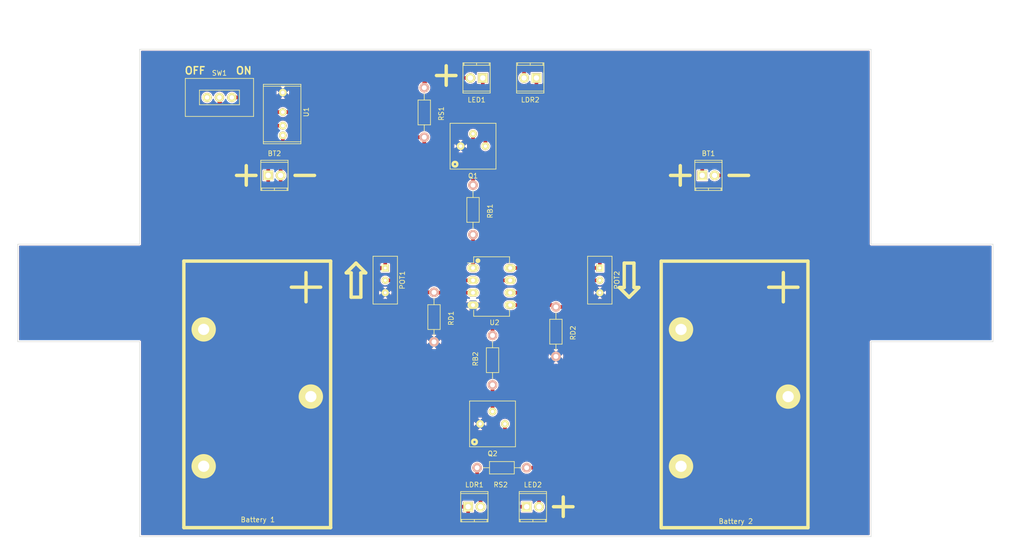
<source format=kicad_pcb>
(kicad_pcb (version 4) (host pcbnew 4.0.2+dfsg1-stable)

  (general
    (links 33)
    (no_connects 0)
    (area 40 35 250.000001 150.000001)
    (thickness 1.6)
    (drawings 38)
    (tracks 109)
    (zones 0)
    (modules 21)
    (nets 19)
  )

  (page A4)
  (layers
    (0 F.Cu signal)
    (31 B.Cu signal hide)
    (32 B.Adhes user hide)
    (33 F.Adhes user hide)
    (34 B.Paste user hide)
    (35 F.Paste user hide)
    (36 B.SilkS user hide)
    (37 F.SilkS user)
    (38 B.Mask user hide)
    (39 F.Mask user hide)
    (40 Dwgs.User user hide)
    (41 Cmts.User user hide)
    (42 Eco1.User user hide)
    (43 Eco2.User user hide)
    (44 Edge.Cuts user hide)
    (45 Margin user hide)
    (46 B.CrtYd user hide)
    (47 F.CrtYd user hide)
    (48 B.Fab user hide)
    (49 F.Fab user hide)
  )

  (setup
    (last_trace_width 0.25)
    (user_trace_width 0.5)
    (user_trace_width 0.75)
    (trace_clearance 0.2)
    (zone_clearance 0.25)
    (zone_45_only no)
    (trace_min 0.2)
    (segment_width 0.2)
    (edge_width 0.15)
    (via_size 0.6)
    (via_drill 0.4)
    (via_min_size 0.4)
    (via_min_drill 0.3)
    (uvia_size 0.3)
    (uvia_drill 0.1)
    (uvias_allowed no)
    (uvia_min_size 0.2)
    (uvia_min_drill 0.1)
    (pcb_text_width 0.3)
    (pcb_text_size 1.5 1.5)
    (mod_edge_width 0.15)
    (mod_text_size 1 1)
    (mod_text_width 0.15)
    (pad_size 1.524 1.524)
    (pad_drill 0.762)
    (pad_to_mask_clearance 0.2)
    (aux_axis_origin 0 0)
    (visible_elements FFFFFF7F)
    (pcbplotparams
      (layerselection 0x010e0_80000001)
      (usegerberextensions false)
      (excludeedgelayer true)
      (linewidth 0.100000)
      (plotframeref false)
      (viasonmask false)
      (mode 1)
      (useauxorigin false)
      (hpglpennumber 1)
      (hpglpenspeed 20)
      (hpglpendiameter 15)
      (hpglpenoverlay 2)
      (psnegative false)
      (psa4output false)
      (plotreference true)
      (plotvalue true)
      (plotinvisibletext false)
      (padsonsilk false)
      (subtractmaskfromsilk false)
      (outputformat 1)
      (mirror false)
      (drillshape 0)
      (scaleselection 1)
      (outputdirectory gerber/))
  )

  (net 0 "")
  (net 1 "Net-(BT1-Pad2)")
  (net 2 "Net-(BT1-Pad1)")
  (net 3 "Net-(Q1-Pad2)")
  (net 4 "Net-(Q2-Pad2)")
  (net 5 "Net-(SW1-Pad1)")
  (net 6 "Net-(SW1-Pad3)")
  (net 7 GND)
  (net 8 "Net-(LDR1-Pad2)")
  (net 9 "Net-(LDR1-Pad1)")
  (net 10 "Net-(LDR2-Pad2)")
  (net 11 "Net-(LED1-Pad2)")
  (net 12 "Net-(LED1-Pad1)")
  (net 13 "Net-(LED2-Pad2)")
  (net 14 "Net-(LED2-Pad1)")
  (net 15 "Net-(POT1-Pad2)")
  (net 16 "Net-(POT2-Pad2)")
  (net 17 "Net-(RB1-Pad2)")
  (net 18 "Net-(RB2-Pad2)")

  (net_class Default "This is the default net class."
    (clearance 0.2)
    (trace_width 0.25)
    (via_dia 0.6)
    (via_drill 0.4)
    (uvia_dia 0.3)
    (uvia_drill 0.1)
    (add_net GND)
    (add_net "Net-(BT1-Pad1)")
    (add_net "Net-(BT1-Pad2)")
    (add_net "Net-(LDR1-Pad1)")
    (add_net "Net-(LDR1-Pad2)")
    (add_net "Net-(LDR2-Pad2)")
    (add_net "Net-(LED1-Pad1)")
    (add_net "Net-(LED1-Pad2)")
    (add_net "Net-(LED2-Pad1)")
    (add_net "Net-(LED2-Pad2)")
    (add_net "Net-(POT1-Pad2)")
    (add_net "Net-(POT2-Pad2)")
    (add_net "Net-(Q1-Pad2)")
    (add_net "Net-(Q2-Pad2)")
    (add_net "Net-(RB1-Pad2)")
    (add_net "Net-(RB2-Pad2)")
    (add_net "Net-(SW1-Pad1)")
    (add_net "Net-(SW1-Pad3)")
  )

  (module optojig-footprints:Batt_hold (layer F.Cu) (tedit 5AFEF1A0) (tstamp 5AFEF2A5)
    (at 190.63 115.95)
    (fp_text reference "Battery 2" (at 0.25 26.05) (layer F.SilkS)
      (effects (font (size 1 1) (thickness 0.15)))
    )
    (fp_text value Batt_hold (at 0 -29) (layer F.Fab)
      (effects (font (size 1 1) (thickness 0.15)))
    )
    (fp_line (start 10 -25) (end 10 -19) (layer F.SilkS) (width 0.7))
    (fp_line (start 7 -22) (end 13 -22) (layer F.SilkS) (width 0.7))
    (fp_line (start -15.05 -27.355) (end 15.05 -27.355) (layer F.SilkS) (width 0.7))
    (fp_line (start -15.05 27.355) (end 15.05 27.355) (layer F.SilkS) (width 0.7))
    (fp_line (start 15.05 -27.355) (end 15.05 27.355) (layer F.SilkS) (width 0.7))
    (fp_line (start -15.05 -27.355) (end -15.05 27.355) (layer F.SilkS) (width 0.7))
    (pad GND thru_hole circle (at -10.98 -13.335) (size 5 5) (drill 2.31) (layers *.Cu *.Mask F.SilkS))
    (pad GND thru_hole circle (at 10.99 0.455) (size 5 5) (drill 2.31) (layers *.Cu *.Mask F.SilkS))
    (pad GND thru_hole circle (at -10.98 14.755) (size 5 5) (drill 2.31) (layers *.Cu *.Mask F.SilkS))
  )

  (module optojig-footprints:TerminalBlock_Buchanan_2way (layer F.Cu) (tedit 5AFC4D17) (tstamp 5AFE8F81)
    (at 184 71)
    (descr "2-way 2.54mm pitch terminal block, Phoenix MPT series")
    (path /5AF87C1E)
    (fp_text reference BT1 (at 1.27 -4.50088) (layer F.SilkS)
      (effects (font (size 1 1) (thickness 0.15)))
    )
    (fp_text value Battery_Cell (at 1.27 4.50088) (layer F.Fab)
      (effects (font (size 1 1) (thickness 0.15)))
    )
    (fp_line (start -1.7 -3.3) (end 4.3 -3.3) (layer F.CrtYd) (width 0.05))
    (fp_line (start -1.7 3.3) (end -1.7 -3.3) (layer F.CrtYd) (width 0.05))
    (fp_line (start 4.3 3.3) (end -1.7 3.3) (layer F.CrtYd) (width 0.05))
    (fp_line (start 4.3 -3.3) (end 4.3 3.3) (layer F.CrtYd) (width 0.05))
    (fp_line (start 4.06908 2.60096) (end -1.52908 2.60096) (layer F.SilkS) (width 0.15))
    (fp_line (start -1.33096 3.0988) (end -1.33096 2.60096) (layer F.SilkS) (width 0.15))
    (fp_line (start 3.87096 2.60096) (end 3.87096 3.0988) (layer F.SilkS) (width 0.15))
    (fp_line (start 1.27 3.0988) (end 1.27 2.60096) (layer F.SilkS) (width 0.15))
    (fp_line (start -1.52908 -2.70002) (end 4.06908 -2.70002) (layer F.SilkS) (width 0.15))
    (fp_line (start -1.52908 3.0988) (end 4.06908 3.0988) (layer F.SilkS) (width 0.15))
    (fp_line (start 4.06908 3.0988) (end 4.06908 -3.0988) (layer F.SilkS) (width 0.15))
    (fp_line (start 4.06908 -3.0988) (end -1.52908 -3.0988) (layer F.SilkS) (width 0.15))
    (fp_line (start -1.52908 -3.0988) (end -1.52908 3.0988) (layer F.SilkS) (width 0.15))
    (pad 2 thru_hole oval (at 2.54 0) (size 1.99898 1.99898) (drill 1.09728) (layers *.Cu *.Mask F.SilkS)
      (net 1 "Net-(BT1-Pad2)"))
    (pad 1 thru_hole rect (at 0 0) (size 1.99898 1.99898) (drill 1.09728) (layers *.Cu *.Mask F.SilkS)
      (net 2 "Net-(BT1-Pad1)"))
    (model Terminal_Blocks.3dshapes/TerminalBlock_Pheonix_MPT-2.54mm_2pol.wrl
      (at (xyz 0.05 0 0))
      (scale (xyz 1 1 1))
      (rotate (xyz 0 0 0))
    )
  )

  (module optojig-footprints:TerminalBlock_Buchanan_2way (layer F.Cu) (tedit 5AFC4D17) (tstamp 5AFE8F94)
    (at 95 71)
    (descr "2-way 2.54mm pitch terminal block, Phoenix MPT series")
    (path /5AFEBC2F)
    (fp_text reference BT2 (at 1.27 -4.50088) (layer F.SilkS)
      (effects (font (size 1 1) (thickness 0.15)))
    )
    (fp_text value Battery_Cell (at 1.27 4.50088) (layer F.Fab)
      (effects (font (size 1 1) (thickness 0.15)))
    )
    (fp_line (start -1.7 -3.3) (end 4.3 -3.3) (layer F.CrtYd) (width 0.05))
    (fp_line (start -1.7 3.3) (end -1.7 -3.3) (layer F.CrtYd) (width 0.05))
    (fp_line (start 4.3 3.3) (end -1.7 3.3) (layer F.CrtYd) (width 0.05))
    (fp_line (start 4.3 -3.3) (end 4.3 3.3) (layer F.CrtYd) (width 0.05))
    (fp_line (start 4.06908 2.60096) (end -1.52908 2.60096) (layer F.SilkS) (width 0.15))
    (fp_line (start -1.33096 3.0988) (end -1.33096 2.60096) (layer F.SilkS) (width 0.15))
    (fp_line (start 3.87096 2.60096) (end 3.87096 3.0988) (layer F.SilkS) (width 0.15))
    (fp_line (start 1.27 3.0988) (end 1.27 2.60096) (layer F.SilkS) (width 0.15))
    (fp_line (start -1.52908 -2.70002) (end 4.06908 -2.70002) (layer F.SilkS) (width 0.15))
    (fp_line (start -1.52908 3.0988) (end 4.06908 3.0988) (layer F.SilkS) (width 0.15))
    (fp_line (start 4.06908 3.0988) (end 4.06908 -3.0988) (layer F.SilkS) (width 0.15))
    (fp_line (start 4.06908 -3.0988) (end -1.52908 -3.0988) (layer F.SilkS) (width 0.15))
    (fp_line (start -1.52908 -3.0988) (end -1.52908 3.0988) (layer F.SilkS) (width 0.15))
    (pad 2 thru_hole oval (at 2.54 0) (size 1.99898 1.99898) (drill 1.09728) (layers *.Cu *.Mask F.SilkS)
      (net 1 "Net-(BT1-Pad2)"))
    (pad 1 thru_hole rect (at 0 0) (size 1.99898 1.99898) (drill 1.09728) (layers *.Cu *.Mask F.SilkS)
      (net 2 "Net-(BT1-Pad1)"))
    (model Terminal_Blocks.3dshapes/TerminalBlock_Pheonix_MPT-2.54mm_2pol.wrl
      (at (xyz 0.05 0 0))
      (scale (xyz 1 1 1))
      (rotate (xyz 0 0 0))
    )
  )

  (module optojig-footprints:TerminalBlock_Buchanan_2way (layer F.Cu) (tedit 5AFC4D17) (tstamp 5AFE8FAD)
    (at 136 139)
    (descr "2-way 2.54mm pitch terminal block, Phoenix MPT series")
    (path /5AF8784F)
    (fp_text reference LDR1 (at 1.27 -4.50088) (layer F.SilkS)
      (effects (font (size 1 1) (thickness 0.15)))
    )
    (fp_text value LDR03 (at 1.27 4.50088) (layer F.Fab)
      (effects (font (size 1 1) (thickness 0.15)))
    )
    (fp_line (start -1.7 -3.3) (end 4.3 -3.3) (layer F.CrtYd) (width 0.05))
    (fp_line (start -1.7 3.3) (end -1.7 -3.3) (layer F.CrtYd) (width 0.05))
    (fp_line (start 4.3 3.3) (end -1.7 3.3) (layer F.CrtYd) (width 0.05))
    (fp_line (start 4.3 -3.3) (end 4.3 3.3) (layer F.CrtYd) (width 0.05))
    (fp_line (start 4.06908 2.60096) (end -1.52908 2.60096) (layer F.SilkS) (width 0.15))
    (fp_line (start -1.33096 3.0988) (end -1.33096 2.60096) (layer F.SilkS) (width 0.15))
    (fp_line (start 3.87096 2.60096) (end 3.87096 3.0988) (layer F.SilkS) (width 0.15))
    (fp_line (start 1.27 3.0988) (end 1.27 2.60096) (layer F.SilkS) (width 0.15))
    (fp_line (start -1.52908 -2.70002) (end 4.06908 -2.70002) (layer F.SilkS) (width 0.15))
    (fp_line (start -1.52908 3.0988) (end 4.06908 3.0988) (layer F.SilkS) (width 0.15))
    (fp_line (start 4.06908 3.0988) (end 4.06908 -3.0988) (layer F.SilkS) (width 0.15))
    (fp_line (start 4.06908 -3.0988) (end -1.52908 -3.0988) (layer F.SilkS) (width 0.15))
    (fp_line (start -1.52908 -3.0988) (end -1.52908 3.0988) (layer F.SilkS) (width 0.15))
    (pad 2 thru_hole oval (at 2.54 0) (size 1.99898 1.99898) (drill 1.09728) (layers *.Cu *.Mask F.SilkS)
      (net 8 "Net-(LDR1-Pad2)"))
    (pad 1 thru_hole rect (at 0 0) (size 1.99898 1.99898) (drill 1.09728) (layers *.Cu *.Mask F.SilkS)
      (net 9 "Net-(LDR1-Pad1)"))
    (model Terminal_Blocks.3dshapes/TerminalBlock_Pheonix_MPT-2.54mm_2pol.wrl
      (at (xyz 0.05 0 0))
      (scale (xyz 1 1 1))
      (rotate (xyz 0 0 0))
    )
  )

  (module optojig-footprints:TerminalBlock_Buchanan_2way (layer F.Cu) (tedit 5AFC4D17) (tstamp 5AFE8FC0)
    (at 150 51 180)
    (descr "2-way 2.54mm pitch terminal block, Phoenix MPT series")
    (path /5AF88644)
    (fp_text reference LDR2 (at 1.27 -4.50088 180) (layer F.SilkS)
      (effects (font (size 1 1) (thickness 0.15)))
    )
    (fp_text value LDR03 (at 1.27 4.50088 180) (layer F.Fab)
      (effects (font (size 1 1) (thickness 0.15)))
    )
    (fp_line (start -1.7 -3.3) (end 4.3 -3.3) (layer F.CrtYd) (width 0.05))
    (fp_line (start -1.7 3.3) (end -1.7 -3.3) (layer F.CrtYd) (width 0.05))
    (fp_line (start 4.3 3.3) (end -1.7 3.3) (layer F.CrtYd) (width 0.05))
    (fp_line (start 4.3 -3.3) (end 4.3 3.3) (layer F.CrtYd) (width 0.05))
    (fp_line (start 4.06908 2.60096) (end -1.52908 2.60096) (layer F.SilkS) (width 0.15))
    (fp_line (start -1.33096 3.0988) (end -1.33096 2.60096) (layer F.SilkS) (width 0.15))
    (fp_line (start 3.87096 2.60096) (end 3.87096 3.0988) (layer F.SilkS) (width 0.15))
    (fp_line (start 1.27 3.0988) (end 1.27 2.60096) (layer F.SilkS) (width 0.15))
    (fp_line (start -1.52908 -2.70002) (end 4.06908 -2.70002) (layer F.SilkS) (width 0.15))
    (fp_line (start -1.52908 3.0988) (end 4.06908 3.0988) (layer F.SilkS) (width 0.15))
    (fp_line (start 4.06908 3.0988) (end 4.06908 -3.0988) (layer F.SilkS) (width 0.15))
    (fp_line (start 4.06908 -3.0988) (end -1.52908 -3.0988) (layer F.SilkS) (width 0.15))
    (fp_line (start -1.52908 -3.0988) (end -1.52908 3.0988) (layer F.SilkS) (width 0.15))
    (pad 2 thru_hole oval (at 2.54 0 180) (size 1.99898 1.99898) (drill 1.09728) (layers *.Cu *.Mask F.SilkS)
      (net 10 "Net-(LDR2-Pad2)"))
    (pad 1 thru_hole rect (at 0 0 180) (size 1.99898 1.99898) (drill 1.09728) (layers *.Cu *.Mask F.SilkS)
      (net 9 "Net-(LDR1-Pad1)"))
    (model Terminal_Blocks.3dshapes/TerminalBlock_Pheonix_MPT-2.54mm_2pol.wrl
      (at (xyz 0.05 0 0))
      (scale (xyz 1 1 1))
      (rotate (xyz 0 0 0))
    )
  )

  (module optojig-footprints:TerminalBlock_Buchanan_2way (layer F.Cu) (tedit 5AFC4D17) (tstamp 5AFE8FD3)
    (at 139 51 180)
    (descr "2-way 2.54mm pitch terminal block, Phoenix MPT series")
    (path /5AFB1731)
    (fp_text reference LED1 (at 1.27 -4.50088 180) (layer F.SilkS)
      (effects (font (size 1 1) (thickness 0.15)))
    )
    (fp_text value LED (at 1.27 4.50088 180) (layer F.Fab)
      (effects (font (size 1 1) (thickness 0.15)))
    )
    (fp_line (start -1.7 -3.3) (end 4.3 -3.3) (layer F.CrtYd) (width 0.05))
    (fp_line (start -1.7 3.3) (end -1.7 -3.3) (layer F.CrtYd) (width 0.05))
    (fp_line (start 4.3 3.3) (end -1.7 3.3) (layer F.CrtYd) (width 0.05))
    (fp_line (start 4.3 -3.3) (end 4.3 3.3) (layer F.CrtYd) (width 0.05))
    (fp_line (start 4.06908 2.60096) (end -1.52908 2.60096) (layer F.SilkS) (width 0.15))
    (fp_line (start -1.33096 3.0988) (end -1.33096 2.60096) (layer F.SilkS) (width 0.15))
    (fp_line (start 3.87096 2.60096) (end 3.87096 3.0988) (layer F.SilkS) (width 0.15))
    (fp_line (start 1.27 3.0988) (end 1.27 2.60096) (layer F.SilkS) (width 0.15))
    (fp_line (start -1.52908 -2.70002) (end 4.06908 -2.70002) (layer F.SilkS) (width 0.15))
    (fp_line (start -1.52908 3.0988) (end 4.06908 3.0988) (layer F.SilkS) (width 0.15))
    (fp_line (start 4.06908 3.0988) (end 4.06908 -3.0988) (layer F.SilkS) (width 0.15))
    (fp_line (start 4.06908 -3.0988) (end -1.52908 -3.0988) (layer F.SilkS) (width 0.15))
    (fp_line (start -1.52908 -3.0988) (end -1.52908 3.0988) (layer F.SilkS) (width 0.15))
    (pad 2 thru_hole oval (at 2.54 0 180) (size 1.99898 1.99898) (drill 1.09728) (layers *.Cu *.Mask F.SilkS)
      (net 11 "Net-(LED1-Pad2)"))
    (pad 1 thru_hole rect (at 0 0 180) (size 1.99898 1.99898) (drill 1.09728) (layers *.Cu *.Mask F.SilkS)
      (net 12 "Net-(LED1-Pad1)"))
    (model Terminal_Blocks.3dshapes/TerminalBlock_Pheonix_MPT-2.54mm_2pol.wrl
      (at (xyz 0.05 0 0))
      (scale (xyz 1 1 1))
      (rotate (xyz 0 0 0))
    )
  )

  (module optojig-footprints:TerminalBlock_Buchanan_2way (layer F.Cu) (tedit 5AFC4D17) (tstamp 5AFE8FE6)
    (at 148 139)
    (descr "2-way 2.54mm pitch terminal block, Phoenix MPT series")
    (path /5AF87A5A)
    (fp_text reference LED2 (at 1.27 -4.50088) (layer F.SilkS)
      (effects (font (size 1 1) (thickness 0.15)))
    )
    (fp_text value LED2 (at 1.27 4.50088) (layer F.Fab)
      (effects (font (size 1 1) (thickness 0.15)))
    )
    (fp_line (start -1.7 -3.3) (end 4.3 -3.3) (layer F.CrtYd) (width 0.05))
    (fp_line (start -1.7 3.3) (end -1.7 -3.3) (layer F.CrtYd) (width 0.05))
    (fp_line (start 4.3 3.3) (end -1.7 3.3) (layer F.CrtYd) (width 0.05))
    (fp_line (start 4.3 -3.3) (end 4.3 3.3) (layer F.CrtYd) (width 0.05))
    (fp_line (start 4.06908 2.60096) (end -1.52908 2.60096) (layer F.SilkS) (width 0.15))
    (fp_line (start -1.33096 3.0988) (end -1.33096 2.60096) (layer F.SilkS) (width 0.15))
    (fp_line (start 3.87096 2.60096) (end 3.87096 3.0988) (layer F.SilkS) (width 0.15))
    (fp_line (start 1.27 3.0988) (end 1.27 2.60096) (layer F.SilkS) (width 0.15))
    (fp_line (start -1.52908 -2.70002) (end 4.06908 -2.70002) (layer F.SilkS) (width 0.15))
    (fp_line (start -1.52908 3.0988) (end 4.06908 3.0988) (layer F.SilkS) (width 0.15))
    (fp_line (start 4.06908 3.0988) (end 4.06908 -3.0988) (layer F.SilkS) (width 0.15))
    (fp_line (start 4.06908 -3.0988) (end -1.52908 -3.0988) (layer F.SilkS) (width 0.15))
    (fp_line (start -1.52908 -3.0988) (end -1.52908 3.0988) (layer F.SilkS) (width 0.15))
    (pad 2 thru_hole oval (at 2.54 0) (size 1.99898 1.99898) (drill 1.09728) (layers *.Cu *.Mask F.SilkS)
      (net 13 "Net-(LED2-Pad2)"))
    (pad 1 thru_hole rect (at 0 0) (size 1.99898 1.99898) (drill 1.09728) (layers *.Cu *.Mask F.SilkS)
      (net 14 "Net-(LED2-Pad1)"))
    (model Terminal_Blocks.3dshapes/TerminalBlock_Pheonix_MPT-2.54mm_2pol.wrl
      (at (xyz 0.05 0 0))
      (scale (xyz 1 1 1))
      (rotate (xyz 0 0 0))
    )
  )

  (module optojig-footprints:TO-39 (layer F.Cu) (tedit 5AFD3FF7) (tstamp 5AFE9008)
    (at 137 65)
    (path /5AFD3DB0)
    (fp_text reference Q1 (at 0 6.1) (layer F.SilkS)
      (effects (font (size 1 1) (thickness 0.15)))
    )
    (fp_text value 2N2219 (at 0.1 -5.9) (layer F.Fab)
      (effects (font (size 1 1) (thickness 0.15)))
    )
    (fp_circle (center -3.7 3.7) (end -3.6 3.9) (layer F.SilkS) (width 0.5))
    (fp_line (start 4.7 -4.7) (end 4.7 4.7) (layer F.SilkS) (width 0.15))
    (fp_line (start 4.7 4.7) (end -4.7 4.7) (layer F.SilkS) (width 0.15))
    (fp_line (start -4.7 4.7) (end -4.7 -4.7) (layer F.SilkS) (width 0.15))
    (fp_line (start -4.7 -4.7) (end 4.7 -4.7) (layer F.SilkS) (width 0.15))
    (pad 1 thru_hole circle (at -2.54 0) (size 1.6 1.6) (drill 0.7) (layers *.Cu *.Mask F.SilkS)
      (net 7 GND))
    (pad 2 thru_hole circle (at 0 -2.54) (size 1.6 1.6) (drill 0.7) (layers *.Cu *.Mask F.SilkS)
      (net 3 "Net-(Q1-Pad2)"))
    (pad 3 thru_hole circle (at 2.54 0) (size 1.6 1.6) (drill 0.7) (layers *.Cu *.Mask F.SilkS)
      (net 12 "Net-(LED1-Pad1)"))
  )

  (module optojig-footprints:TO-39 (layer F.Cu) (tedit 5AFD3FF7) (tstamp 5AFE9014)
    (at 141 122)
    (path /5AFD3E31)
    (fp_text reference Q2 (at 0 6.1) (layer F.SilkS)
      (effects (font (size 1 1) (thickness 0.15)))
    )
    (fp_text value 2N2219 (at 0.1 -5.9) (layer F.Fab)
      (effects (font (size 1 1) (thickness 0.15)))
    )
    (fp_circle (center -3.7 3.7) (end -3.6 3.9) (layer F.SilkS) (width 0.5))
    (fp_line (start 4.7 -4.7) (end 4.7 4.7) (layer F.SilkS) (width 0.15))
    (fp_line (start 4.7 4.7) (end -4.7 4.7) (layer F.SilkS) (width 0.15))
    (fp_line (start -4.7 4.7) (end -4.7 -4.7) (layer F.SilkS) (width 0.15))
    (fp_line (start -4.7 -4.7) (end 4.7 -4.7) (layer F.SilkS) (width 0.15))
    (pad 1 thru_hole circle (at -2.54 0) (size 1.6 1.6) (drill 0.7) (layers *.Cu *.Mask F.SilkS)
      (net 7 GND))
    (pad 2 thru_hole circle (at 0 -2.54) (size 1.6 1.6) (drill 0.7) (layers *.Cu *.Mask F.SilkS)
      (net 4 "Net-(Q2-Pad2)"))
    (pad 3 thru_hole circle (at 2.54 0) (size 1.6 1.6) (drill 0.7) (layers *.Cu *.Mask F.SilkS)
      (net 14 "Net-(LED2-Pad1)"))
  )

  (module Resistors_ThroughHole:Resistor_Horizontal_RM10mm (layer F.Cu) (tedit 56648415) (tstamp 5AFE901A)
    (at 137 73 270)
    (descr "Resistor, Axial,  RM 10mm, 1/3W")
    (tags "Resistor Axial RM 10mm 1/3W")
    (path /5AFB172B)
    (fp_text reference RB1 (at 5.32892 -3.50012 270) (layer F.SilkS)
      (effects (font (size 1 1) (thickness 0.15)))
    )
    (fp_text value 1k (at 5.08 3.81 270) (layer F.Fab)
      (effects (font (size 1 1) (thickness 0.15)))
    )
    (fp_line (start -1.25 -1.5) (end 11.4 -1.5) (layer F.CrtYd) (width 0.05))
    (fp_line (start -1.25 1.5) (end -1.25 -1.5) (layer F.CrtYd) (width 0.05))
    (fp_line (start 11.4 -1.5) (end 11.4 1.5) (layer F.CrtYd) (width 0.05))
    (fp_line (start -1.25 1.5) (end 11.4 1.5) (layer F.CrtYd) (width 0.05))
    (fp_line (start 2.54 -1.27) (end 7.62 -1.27) (layer F.SilkS) (width 0.15))
    (fp_line (start 7.62 -1.27) (end 7.62 1.27) (layer F.SilkS) (width 0.15))
    (fp_line (start 7.62 1.27) (end 2.54 1.27) (layer F.SilkS) (width 0.15))
    (fp_line (start 2.54 1.27) (end 2.54 -1.27) (layer F.SilkS) (width 0.15))
    (fp_line (start 2.54 0) (end 1.27 0) (layer F.SilkS) (width 0.15))
    (fp_line (start 7.62 0) (end 8.89 0) (layer F.SilkS) (width 0.15))
    (pad 1 thru_hole circle (at 0 0 270) (size 1.99898 1.99898) (drill 1.00076) (layers *.Cu *.SilkS *.Mask)
      (net 3 "Net-(Q1-Pad2)"))
    (pad 2 thru_hole circle (at 10.16 0 270) (size 1.99898 1.99898) (drill 1.00076) (layers *.Cu *.SilkS *.Mask)
      (net 17 "Net-(RB1-Pad2)"))
    (model Resistors_ThroughHole.3dshapes/Resistor_Horizontal_RM10mm.wrl
      (at (xyz 0 0 0))
      (scale (xyz 0.4 0.4 0.4))
      (rotate (xyz 0 0 0))
    )
  )

  (module Resistors_ThroughHole:Resistor_Horizontal_RM10mm (layer F.Cu) (tedit 56648415) (tstamp 5AFE9020)
    (at 141 114 90)
    (descr "Resistor, Axial,  RM 10mm, 1/3W")
    (tags "Resistor Axial RM 10mm 1/3W")
    (path /5AF879E1)
    (fp_text reference RB2 (at 5.32892 -3.50012 90) (layer F.SilkS)
      (effects (font (size 1 1) (thickness 0.15)))
    )
    (fp_text value 1k (at 5.08 3.81 90) (layer F.Fab)
      (effects (font (size 1 1) (thickness 0.15)))
    )
    (fp_line (start -1.25 -1.5) (end 11.4 -1.5) (layer F.CrtYd) (width 0.05))
    (fp_line (start -1.25 1.5) (end -1.25 -1.5) (layer F.CrtYd) (width 0.05))
    (fp_line (start 11.4 -1.5) (end 11.4 1.5) (layer F.CrtYd) (width 0.05))
    (fp_line (start -1.25 1.5) (end 11.4 1.5) (layer F.CrtYd) (width 0.05))
    (fp_line (start 2.54 -1.27) (end 7.62 -1.27) (layer F.SilkS) (width 0.15))
    (fp_line (start 7.62 -1.27) (end 7.62 1.27) (layer F.SilkS) (width 0.15))
    (fp_line (start 7.62 1.27) (end 2.54 1.27) (layer F.SilkS) (width 0.15))
    (fp_line (start 2.54 1.27) (end 2.54 -1.27) (layer F.SilkS) (width 0.15))
    (fp_line (start 2.54 0) (end 1.27 0) (layer F.SilkS) (width 0.15))
    (fp_line (start 7.62 0) (end 8.89 0) (layer F.SilkS) (width 0.15))
    (pad 1 thru_hole circle (at 0 0 90) (size 1.99898 1.99898) (drill 1.00076) (layers *.Cu *.SilkS *.Mask)
      (net 4 "Net-(Q2-Pad2)"))
    (pad 2 thru_hole circle (at 10.16 0 90) (size 1.99898 1.99898) (drill 1.00076) (layers *.Cu *.SilkS *.Mask)
      (net 18 "Net-(RB2-Pad2)"))
    (model Resistors_ThroughHole.3dshapes/Resistor_Horizontal_RM10mm.wrl
      (at (xyz 0 0 0))
      (scale (xyz 0.4 0.4 0.4))
      (rotate (xyz 0 0 0))
    )
  )

  (module Resistors_ThroughHole:Resistor_Horizontal_RM10mm (layer F.Cu) (tedit 56648415) (tstamp 5AFE9026)
    (at 129 95 270)
    (descr "Resistor, Axial,  RM 10mm, 1/3W")
    (tags "Resistor Axial RM 10mm 1/3W")
    (path /5AF877B1)
    (fp_text reference RD1 (at 5.32892 -3.50012 270) (layer F.SilkS)
      (effects (font (size 1 1) (thickness 0.15)))
    )
    (fp_text value 680R (at 5.08 3.81 270) (layer F.Fab)
      (effects (font (size 1 1) (thickness 0.15)))
    )
    (fp_line (start -1.25 -1.5) (end 11.4 -1.5) (layer F.CrtYd) (width 0.05))
    (fp_line (start -1.25 1.5) (end -1.25 -1.5) (layer F.CrtYd) (width 0.05))
    (fp_line (start 11.4 -1.5) (end 11.4 1.5) (layer F.CrtYd) (width 0.05))
    (fp_line (start -1.25 1.5) (end 11.4 1.5) (layer F.CrtYd) (width 0.05))
    (fp_line (start 2.54 -1.27) (end 7.62 -1.27) (layer F.SilkS) (width 0.15))
    (fp_line (start 7.62 -1.27) (end 7.62 1.27) (layer F.SilkS) (width 0.15))
    (fp_line (start 7.62 1.27) (end 2.54 1.27) (layer F.SilkS) (width 0.15))
    (fp_line (start 2.54 1.27) (end 2.54 -1.27) (layer F.SilkS) (width 0.15))
    (fp_line (start 2.54 0) (end 1.27 0) (layer F.SilkS) (width 0.15))
    (fp_line (start 7.62 0) (end 8.89 0) (layer F.SilkS) (width 0.15))
    (pad 1 thru_hole circle (at 0 0 270) (size 1.99898 1.99898) (drill 1.00076) (layers *.Cu *.SilkS *.Mask)
      (net 8 "Net-(LDR1-Pad2)"))
    (pad 2 thru_hole circle (at 10.16 0 270) (size 1.99898 1.99898) (drill 1.00076) (layers *.Cu *.SilkS *.Mask)
      (net 7 GND))
    (model Resistors_ThroughHole.3dshapes/Resistor_Horizontal_RM10mm.wrl
      (at (xyz 0 0 0))
      (scale (xyz 0.4 0.4 0.4))
      (rotate (xyz 0 0 0))
    )
  )

  (module Resistors_ThroughHole:Resistor_Horizontal_RM10mm (layer F.Cu) (tedit 56648415) (tstamp 5AFE902C)
    (at 154 98 270)
    (descr "Resistor, Axial,  RM 10mm, 1/3W")
    (tags "Resistor Axial RM 10mm 1/3W")
    (path /5AF8863E)
    (fp_text reference RD2 (at 5.32892 -3.50012 270) (layer F.SilkS)
      (effects (font (size 1 1) (thickness 0.15)))
    )
    (fp_text value 680R (at 5.08 3.81 270) (layer F.Fab)
      (effects (font (size 1 1) (thickness 0.15)))
    )
    (fp_line (start -1.25 -1.5) (end 11.4 -1.5) (layer F.CrtYd) (width 0.05))
    (fp_line (start -1.25 1.5) (end -1.25 -1.5) (layer F.CrtYd) (width 0.05))
    (fp_line (start 11.4 -1.5) (end 11.4 1.5) (layer F.CrtYd) (width 0.05))
    (fp_line (start -1.25 1.5) (end 11.4 1.5) (layer F.CrtYd) (width 0.05))
    (fp_line (start 2.54 -1.27) (end 7.62 -1.27) (layer F.SilkS) (width 0.15))
    (fp_line (start 7.62 -1.27) (end 7.62 1.27) (layer F.SilkS) (width 0.15))
    (fp_line (start 7.62 1.27) (end 2.54 1.27) (layer F.SilkS) (width 0.15))
    (fp_line (start 2.54 1.27) (end 2.54 -1.27) (layer F.SilkS) (width 0.15))
    (fp_line (start 2.54 0) (end 1.27 0) (layer F.SilkS) (width 0.15))
    (fp_line (start 7.62 0) (end 8.89 0) (layer F.SilkS) (width 0.15))
    (pad 1 thru_hole circle (at 0 0 270) (size 1.99898 1.99898) (drill 1.00076) (layers *.Cu *.SilkS *.Mask)
      (net 10 "Net-(LDR2-Pad2)"))
    (pad 2 thru_hole circle (at 10.16 0 270) (size 1.99898 1.99898) (drill 1.00076) (layers *.Cu *.SilkS *.Mask)
      (net 7 GND))
    (model Resistors_ThroughHole.3dshapes/Resistor_Horizontal_RM10mm.wrl
      (at (xyz 0 0 0))
      (scale (xyz 0.4 0.4 0.4))
      (rotate (xyz 0 0 0))
    )
  )

  (module Resistors_ThroughHole:Resistor_Horizontal_RM10mm (layer F.Cu) (tedit 56648415) (tstamp 5AFE9032)
    (at 127 53 270)
    (descr "Resistor, Axial,  RM 10mm, 1/3W")
    (tags "Resistor Axial RM 10mm 1/3W")
    (path /5AFE965E)
    (fp_text reference RS1 (at 5.32892 -3.50012 270) (layer F.SilkS)
      (effects (font (size 1 1) (thickness 0.15)))
    )
    (fp_text value 1k (at 5.08 3.81 270) (layer F.Fab)
      (effects (font (size 1 1) (thickness 0.15)))
    )
    (fp_line (start -1.25 -1.5) (end 11.4 -1.5) (layer F.CrtYd) (width 0.05))
    (fp_line (start -1.25 1.5) (end -1.25 -1.5) (layer F.CrtYd) (width 0.05))
    (fp_line (start 11.4 -1.5) (end 11.4 1.5) (layer F.CrtYd) (width 0.05))
    (fp_line (start -1.25 1.5) (end 11.4 1.5) (layer F.CrtYd) (width 0.05))
    (fp_line (start 2.54 -1.27) (end 7.62 -1.27) (layer F.SilkS) (width 0.15))
    (fp_line (start 7.62 -1.27) (end 7.62 1.27) (layer F.SilkS) (width 0.15))
    (fp_line (start 7.62 1.27) (end 2.54 1.27) (layer F.SilkS) (width 0.15))
    (fp_line (start 2.54 1.27) (end 2.54 -1.27) (layer F.SilkS) (width 0.15))
    (fp_line (start 2.54 0) (end 1.27 0) (layer F.SilkS) (width 0.15))
    (fp_line (start 7.62 0) (end 8.89 0) (layer F.SilkS) (width 0.15))
    (pad 1 thru_hole circle (at 0 0 270) (size 1.99898 1.99898) (drill 1.00076) (layers *.Cu *.SilkS *.Mask)
      (net 11 "Net-(LED1-Pad2)"))
    (pad 2 thru_hole circle (at 10.16 0 270) (size 1.99898 1.99898) (drill 1.00076) (layers *.Cu *.SilkS *.Mask)
      (net 9 "Net-(LDR1-Pad1)"))
    (model Resistors_ThroughHole.3dshapes/Resistor_Horizontal_RM10mm.wrl
      (at (xyz 0 0 0))
      (scale (xyz 0.4 0.4 0.4))
      (rotate (xyz 0 0 0))
    )
  )

  (module Resistors_ThroughHole:Resistor_Horizontal_RM10mm (layer F.Cu) (tedit 56648415) (tstamp 5AFE9038)
    (at 148 131 180)
    (descr "Resistor, Axial,  RM 10mm, 1/3W")
    (tags "Resistor Axial RM 10mm 1/3W")
    (path /5AFE985F)
    (fp_text reference RS2 (at 5.32892 -3.50012 180) (layer F.SilkS)
      (effects (font (size 1 1) (thickness 0.15)))
    )
    (fp_text value 1k (at 5.08 3.81 180) (layer F.Fab)
      (effects (font (size 1 1) (thickness 0.15)))
    )
    (fp_line (start -1.25 -1.5) (end 11.4 -1.5) (layer F.CrtYd) (width 0.05))
    (fp_line (start -1.25 1.5) (end -1.25 -1.5) (layer F.CrtYd) (width 0.05))
    (fp_line (start 11.4 -1.5) (end 11.4 1.5) (layer F.CrtYd) (width 0.05))
    (fp_line (start -1.25 1.5) (end 11.4 1.5) (layer F.CrtYd) (width 0.05))
    (fp_line (start 2.54 -1.27) (end 7.62 -1.27) (layer F.SilkS) (width 0.15))
    (fp_line (start 7.62 -1.27) (end 7.62 1.27) (layer F.SilkS) (width 0.15))
    (fp_line (start 7.62 1.27) (end 2.54 1.27) (layer F.SilkS) (width 0.15))
    (fp_line (start 2.54 1.27) (end 2.54 -1.27) (layer F.SilkS) (width 0.15))
    (fp_line (start 2.54 0) (end 1.27 0) (layer F.SilkS) (width 0.15))
    (fp_line (start 7.62 0) (end 8.89 0) (layer F.SilkS) (width 0.15))
    (pad 1 thru_hole circle (at 0 0 180) (size 1.99898 1.99898) (drill 1.00076) (layers *.Cu *.SilkS *.Mask)
      (net 13 "Net-(LED2-Pad2)"))
    (pad 2 thru_hole circle (at 10.16 0 180) (size 1.99898 1.99898) (drill 1.00076) (layers *.Cu *.SilkS *.Mask)
      (net 9 "Net-(LDR1-Pad1)"))
    (model Resistors_ThroughHole.3dshapes/Resistor_Horizontal_RM10mm.wrl
      (at (xyz 0 0 0))
      (scale (xyz 0.4 0.4 0.4))
      (rotate (xyz 0 0 0))
    )
  )

  (module optojig-footprints:TRN_1-0510 (layer F.Cu) (tedit 5AFD8A22) (tstamp 5AFE9055)
    (at 98 58 90)
    (path /5AF873A9)
    (fp_text reference U1 (at 0 4.8 90) (layer F.SilkS)
      (effects (font (size 1 1) (thickness 0.15)))
    )
    (fp_text value TRN1-0510 (at 0 -5 90) (layer F.Fab)
      (effects (font (size 1 1) (thickness 0.15)))
    )
    (fp_line (start 5.3 -4) (end 5.3 3.7) (layer F.SilkS) (width 0.15))
    (fp_line (start -6.1 -4) (end -6.1 3.7) (layer F.SilkS) (width 0.15))
    (fp_line (start -6.5 -4) (end 5.7 -4) (layer F.SilkS) (width 0.15))
    (fp_line (start 5.7 -4) (end 5.7 3.7) (layer F.SilkS) (width 0.15))
    (fp_line (start 5.7 3.7) (end -6.5 3.7) (layer F.SilkS) (width 0.15))
    (fp_line (start -6.5 3.7) (end -6.5 -4) (layer F.SilkS) (width 0.15))
    (pad 1 thru_hole circle (at -4.8 0 90) (size 1.6 1.6) (drill 0.762) (layers *.Cu *.Mask F.SilkS)
      (net 1 "Net-(BT1-Pad2)"))
    (pad 2 thru_hole circle (at -2.8 0 90) (size 1.6 1.6) (drill 0.762) (layers *.Cu *.Mask F.SilkS)
      (net 5 "Net-(SW1-Pad1)"))
    (pad 3 thru_hole circle (at 0 0 90) (size 1.6 1.6) (drill 0.762) (layers *.Cu *.Mask F.SilkS)
      (net 9 "Net-(LDR1-Pad1)"))
    (pad 5 thru_hole circle (at 4 0 90) (size 1.6 1.6) (drill 0.762) (layers *.Cu *.Mask F.SilkS)
      (net 7 GND))
  )

  (module optojig-footprints:DIP-8_W7.62mm_LongPads (layer F.Cu) (tedit 5AFD8C5E) (tstamp 5AFE9062)
    (at 137 90)
    (descr "8-lead dip package, row spacing 7.62 mm (300 mils), longer pads")
    (tags "dil dip 2.54 300")
    (path /5AF862C9)
    (fp_text reference U2 (at 4.4 11.2) (layer F.SilkS)
      (effects (font (size 1 1) (thickness 0.15)))
    )
    (fp_text value LM358 (at 4.4 -3.5) (layer F.Fab)
      (effects (font (size 1 1) (thickness 0.15)))
    )
    (fp_circle (center 1 -1.5) (end 1 -1.25) (layer F.SilkS) (width 0.5))
    (fp_line (start -1.4 -2.45) (end -1.4 10.1) (layer F.CrtYd) (width 0.05))
    (fp_line (start 9 -2.45) (end 9 10.1) (layer F.CrtYd) (width 0.05))
    (fp_line (start -1.4 -2.45) (end 9 -2.45) (layer F.CrtYd) (width 0.05))
    (fp_line (start -1.4 10.1) (end 9 10.1) (layer F.CrtYd) (width 0.05))
    (fp_line (start 0.135 -2.295) (end 0.135 -1.025) (layer F.SilkS) (width 0.15))
    (fp_line (start 7.485 -2.295) (end 7.485 -1.025) (layer F.SilkS) (width 0.15))
    (fp_line (start 7.485 9.915) (end 7.485 8.645) (layer F.SilkS) (width 0.15))
    (fp_line (start 0.135 9.915) (end 0.135 8.645) (layer F.SilkS) (width 0.15))
    (fp_line (start 0.135 -2.295) (end 7.485 -2.295) (layer F.SilkS) (width 0.15))
    (fp_line (start 0.135 9.915) (end 7.485 9.915) (layer F.SilkS) (width 0.15))
    (fp_line (start 0.135 -1.025) (end -1.15 -1.025) (layer F.SilkS) (width 0.15))
    (pad 1 thru_hole oval (at 0 0) (size 2.3 1.6) (drill 0.8) (layers *.Cu *.Mask F.SilkS)
      (net 17 "Net-(RB1-Pad2)"))
    (pad 2 thru_hole oval (at 0 2.54) (size 2.3 1.6) (drill 0.8) (layers *.Cu *.Mask F.SilkS)
      (net 15 "Net-(POT1-Pad2)"))
    (pad 3 thru_hole oval (at 0 5.08) (size 2.3 1.6) (drill 0.8) (layers *.Cu *.Mask F.SilkS)
      (net 8 "Net-(LDR1-Pad2)"))
    (pad 4 thru_hole oval (at 0 7.62) (size 2.3 1.6) (drill 0.8) (layers *.Cu *.Mask F.SilkS)
      (net 7 GND))
    (pad 5 thru_hole oval (at 7.62 7.62) (size 2.3 1.6) (drill 0.8) (layers *.Cu *.Mask F.SilkS)
      (net 10 "Net-(LDR2-Pad2)"))
    (pad 6 thru_hole oval (at 7.62 5.08) (size 2.3 1.6) (drill 0.8) (layers *.Cu *.Mask F.SilkS)
      (net 16 "Net-(POT2-Pad2)"))
    (pad 7 thru_hole oval (at 7.62 2.54) (size 2.3 1.6) (drill 0.8) (layers *.Cu *.Mask F.SilkS)
      (net 18 "Net-(RB2-Pad2)"))
    (pad 8 thru_hole oval (at 7.62 0) (size 2.3 1.6) (drill 0.8) (layers *.Cu *.Mask F.SilkS)
      (net 9 "Net-(LDR1-Pad1)"))
    (model Housings_DIP.3dshapes/DIP-8_W7.62mm_LongPads.wrl
      (at (xyz 0 0 0))
      (scale (xyz 1 1 1))
      (rotate (xyz 0 0 0))
    )
  )

  (module optojig-footprints:Vishay_Trimmer_Through_Hole_2.54mm (layer F.Cu) (tedit 5AFEA59D) (tstamp 5AFE8FF1)
    (at 119 90 270)
    (path /5AF878F9)
    (fp_text reference POT1 (at 2.5 -3.5 270) (layer F.SilkS)
      (effects (font (size 1 1) (thickness 0.15)))
    )
    (fp_text value POT (at 2.5 3.75 270) (layer F.Fab)
      (effects (font (size 1 1) (thickness 0.15)))
    )
    (fp_line (start -2.4 -2.5) (end 7.4 -2.5) (layer F.SilkS) (width 0.15))
    (fp_line (start 7.4 -2.5) (end 7.4 2.5) (layer F.SilkS) (width 0.15))
    (fp_line (start 7.4 2.5) (end -2.4 2.5) (layer F.SilkS) (width 0.15))
    (fp_line (start -2.4 -2.5) (end -2.4 2.5) (layer F.SilkS) (width 0.15))
    (pad 3 thru_hole circle (at 5.08 0 270) (size 1.51 1.51) (drill 0.6) (layers *.Cu *.Mask F.SilkS)
      (net 7 GND))
    (pad 1 thru_hole rect (at 0 0 270) (size 1.51 1.51) (drill 0.6) (layers *.Cu *.Mask F.SilkS)
      (net 9 "Net-(LDR1-Pad1)"))
    (pad 2 thru_hole circle (at 2.54 0 270) (size 1.51 1.51) (drill 0.6) (layers *.Cu *.Mask F.SilkS)
      (net 15 "Net-(POT1-Pad2)"))
  )

  (module optojig-footprints:Vishay_Trimmer_Through_Hole_2.54mm (layer F.Cu) (tedit 5AFEA59D) (tstamp 5AFE8FFC)
    (at 163 90 270)
    (path /5AF8864A)
    (fp_text reference POT2 (at 2.5 -3.5 270) (layer F.SilkS)
      (effects (font (size 1 1) (thickness 0.15)))
    )
    (fp_text value POT (at 2.5 3.75 270) (layer F.Fab)
      (effects (font (size 1 1) (thickness 0.15)))
    )
    (fp_line (start -2.4 -2.5) (end 7.4 -2.5) (layer F.SilkS) (width 0.15))
    (fp_line (start 7.4 -2.5) (end 7.4 2.5) (layer F.SilkS) (width 0.15))
    (fp_line (start 7.4 2.5) (end -2.4 2.5) (layer F.SilkS) (width 0.15))
    (fp_line (start -2.4 -2.5) (end -2.4 2.5) (layer F.SilkS) (width 0.15))
    (pad 3 thru_hole circle (at 5.08 0 270) (size 1.51 1.51) (drill 0.6) (layers *.Cu *.Mask F.SilkS)
      (net 7 GND))
    (pad 1 thru_hole rect (at 0 0 270) (size 1.51 1.51) (drill 0.6) (layers *.Cu *.Mask F.SilkS)
      (net 9 "Net-(LDR1-Pad1)"))
    (pad 2 thru_hole circle (at 2.54 0 270) (size 1.51 1.51) (drill 0.6) (layers *.Cu *.Mask F.SilkS)
      (net 16 "Net-(POT2-Pad2)"))
  )

  (module optojig-footprints:SPDT_switch (layer F.Cu) (tedit 5AFEA89B) (tstamp 5AFE9047)
    (at 85 55 180)
    (path /5AFC4CD6)
    (fp_text reference SW1 (at 0 5 180) (layer F.SilkS)
      (effects (font (size 1 1) (thickness 0.15)))
    )
    (fp_text value Switch_SPDT_x2 (at 0 -5 180) (layer F.Fab)
      (effects (font (size 1 1) (thickness 0.15)))
    )
    (fp_line (start -4.1 -1.5) (end 4.1 -1.5) (layer F.SilkS) (width 0.15))
    (fp_line (start 4.1 -1.5) (end 4.1 1.5) (layer F.SilkS) (width 0.15))
    (fp_line (start 4.1 1.5) (end -4.1 1.5) (layer F.SilkS) (width 0.15))
    (fp_line (start -4.1 1.5) (end -4.1 -1.5) (layer F.SilkS) (width 0.15))
    (fp_line (start -7 -3.9) (end 7 -3.9) (layer F.SilkS) (width 0.15))
    (fp_line (start 7 -3.9) (end 7 3.9) (layer F.SilkS) (width 0.15))
    (fp_line (start 7 3.9) (end -7 3.9) (layer F.SilkS) (width 0.15))
    (fp_line (start -7 3.9) (end -7 -3.9) (layer F.SilkS) (width 0.15))
    (pad 1 thru_hole circle (at -2.54 0 180) (size 1.9 1.9) (drill 0.9) (layers *.Cu *.Mask F.SilkS)
      (net 5 "Net-(SW1-Pad1)"))
    (pad 2 thru_hole circle (at 0 0 180) (size 1.9 1.9) (drill 0.9) (layers *.Cu *.Mask F.SilkS)
      (net 2 "Net-(BT1-Pad1)"))
    (pad 3 thru_hole circle (at 2.54 0 180) (size 1.9 1.9) (drill 0.9) (layers *.Cu *.Mask F.SilkS)
      (net 6 "Net-(SW1-Pad3)"))
  )

  (module optojig-footprints:Batt_hold (layer F.Cu) (tedit 5AFEF1A9) (tstamp 5AFEF297)
    (at 92.75 115.94)
    (fp_text reference "Battery 1" (at 0.12 25.72) (layer F.SilkS)
      (effects (font (size 1 1) (thickness 0.15)))
    )
    (fp_text value Batt_hold (at 0 -29) (layer F.Fab)
      (effects (font (size 1 1) (thickness 0.15)))
    )
    (fp_line (start 10 -25) (end 10 -19) (layer F.SilkS) (width 0.7))
    (fp_line (start 7 -22) (end 13 -22) (layer F.SilkS) (width 0.7))
    (fp_line (start -15.05 -27.355) (end 15.05 -27.355) (layer F.SilkS) (width 0.7))
    (fp_line (start -15.05 27.355) (end 15.05 27.355) (layer F.SilkS) (width 0.7))
    (fp_line (start 15.05 -27.355) (end 15.05 27.355) (layer F.SilkS) (width 0.7))
    (fp_line (start -15.05 -27.355) (end -15.05 27.355) (layer F.SilkS) (width 0.7))
    (pad GND thru_hole circle (at -10.98 -13.335) (size 5 5) (drill 2.31) (layers *.Cu *.Mask F.SilkS))
    (pad GND thru_hole circle (at 10.99 0.455) (size 5 5) (drill 2.31) (layers *.Cu *.Mask F.SilkS))
    (pad GND thru_hole circle (at -10.98 14.755) (size 5 5) (drill 2.31) (layers *.Cu *.Mask F.SilkS))
  )

  (gr_line (start 131.5 48.5) (end 131.5 52.5) (angle 90) (layer F.SilkS) (width 0.7) (tstamp 5AFEB487))
  (gr_line (start 129.5 50.5) (end 133.5 50.5) (angle 90) (layer F.SilkS) (width 0.7) (tstamp 5AFEB486))
  (gr_line (start 155.5 137) (end 155.5 141) (angle 90) (layer F.SilkS) (width 0.7) (tstamp 5AFEB46C))
  (gr_line (start 153.5 139) (end 157.5 139) (angle 90) (layer F.SilkS) (width 0.7) (tstamp 5AFEB46B))
  (gr_line (start 189.5 71) (end 193.5 71) (angle 90) (layer F.SilkS) (width 0.7) (tstamp 5AFEB400))
  (gr_line (start 177.5 71) (end 181.5 71) (angle 90) (layer F.SilkS) (width 0.7) (tstamp 5AFEB3EA))
  (gr_line (start 179.5 69) (end 179.5 73) (angle 90) (layer F.SilkS) (width 0.7) (tstamp 5AFEB3E9))
  (gr_line (start 100.5 71) (end 104.5 71) (angle 90) (layer F.SilkS) (width 0.7) (tstamp 5AFEB3BF))
  (gr_line (start 90.5 69) (end 90.5 73) (angle 90) (layer F.SilkS) (width 0.7))
  (gr_line (start 88.5 71) (end 92.5 71) (angle 90) (layer F.SilkS) (width 0.7))
  (gr_text OFF (at 80 49.5) (layer F.SilkS)
    (effects (font (size 1.5 1.5) (thickness 0.3)))
  )
  (gr_text ON (at 90 49.5) (layer F.SilkS)
    (effects (font (size 1.5 1.5) (thickness 0.3)))
  )
  (gr_line (start 170 89) (end 168 89) (angle 90) (layer F.SilkS) (width 0.7) (tstamp 5AFE9E21))
  (gr_line (start 168 89) (end 168 94) (angle 90) (layer F.SilkS) (width 0.7) (tstamp 5AFE9E20))
  (gr_line (start 168 94) (end 167 94) (angle 90) (layer F.SilkS) (width 0.7) (tstamp 5AFE9E1F))
  (gr_line (start 167 94) (end 169 96) (angle 90) (layer F.SilkS) (width 0.7) (tstamp 5AFE9E1E))
  (gr_line (start 169 96) (end 171 94) (angle 90) (layer F.SilkS) (width 0.7) (tstamp 5AFE9E1D))
  (gr_line (start 171 94) (end 170 94) (angle 90) (layer F.SilkS) (width 0.7) (tstamp 5AFE9E1C))
  (gr_line (start 170 94) (end 170 89) (angle 90) (layer F.SilkS) (width 0.7) (tstamp 5AFE9E1B))
  (gr_line (start 112 91) (end 112 96) (angle 90) (layer F.SilkS) (width 0.7))
  (gr_line (start 111 91) (end 112 91) (angle 90) (layer F.SilkS) (width 0.7))
  (gr_line (start 113 89) (end 111 91) (angle 90) (layer F.SilkS) (width 0.7))
  (gr_line (start 115 91) (end 113 89) (angle 90) (layer F.SilkS) (width 0.7))
  (gr_line (start 114 91) (end 115 91) (angle 90) (layer F.SilkS) (width 0.7))
  (gr_line (start 114 96) (end 114 91) (angle 90) (layer F.SilkS) (width 0.7))
  (gr_line (start 112 96) (end 114 96) (angle 90) (layer F.SilkS) (width 0.7))
  (gr_line (start 68.6286 85.1239) (end 68.6286 45.1239) (layer Edge.Cuts) (width 0.1))
  (gr_line (start 43.6286 85.1239) (end 68.6286 85.1239) (layer Edge.Cuts) (width 0.1))
  (gr_line (start 43.6286 105.1239) (end 43.6286 85.1239) (layer Edge.Cuts) (width 0.1))
  (gr_line (start 68.6286 105.1239) (end 43.6286 105.1239) (layer Edge.Cuts) (width 0.1))
  (gr_line (start 68.6286 145.1239) (end 68.6286 105.1239) (layer Edge.Cuts) (width 0.1))
  (gr_line (start 218.6286 145.1239) (end 68.6286 145.1239) (layer Edge.Cuts) (width 0.1))
  (gr_line (start 218.6286 105.1239) (end 218.6286 145.1239) (layer Edge.Cuts) (width 0.1))
  (gr_line (start 243.6286 105.1239) (end 218.6286 105.1239) (layer Edge.Cuts) (width 0.1))
  (gr_line (start 243.6286 85.1239) (end 243.6286 105.1239) (layer Edge.Cuts) (width 0.1))
  (gr_line (start 218.6286 85.1239) (end 243.6286 85.1239) (layer Edge.Cuts) (width 0.1))
  (gr_line (start 218.6286 45.1239) (end 218.6286 85.1239) (layer Edge.Cuts) (width 0.1))
  (gr_line (start 68.6286 45.1239) (end 218.6286 45.1239) (layer Edge.Cuts) (width 0.1))

  (segment (start 97.54 71) (end 97.54 74.54) (width 0.75) (layer F.Cu) (net 1))
  (segment (start 188 71) (end 186.54 71) (width 0.75) (layer F.Cu) (net 1) (tstamp 5AFE9B95))
  (segment (start 189 72) (end 188 71) (width 0.75) (layer F.Cu) (net 1) (tstamp 5AFE9B94))
  (segment (start 189 75.156494) (end 189 72) (width 0.75) (layer F.Cu) (net 1) (tstamp 5AFE9B92))
  (segment (start 187.156494 77) (end 189 75.156494) (width 0.75) (layer F.Cu) (net 1) (tstamp 5AFE9B90))
  (segment (start 100 77) (end 187.156494 77) (width 0.75) (layer F.Cu) (net 1) (tstamp 5AFE9B80))
  (segment (start 97.54 74.54) (end 100 77) (width 0.75) (layer F.Cu) (net 1) (tstamp 5AFE9B7D))
  (segment (start 97.54 71) (end 97.54 67.46) (width 0.75) (layer F.Cu) (net 1))
  (segment (start 98 67) (end 98 62.8) (width 0.75) (layer F.Cu) (net 1) (tstamp 5AFE9990))
  (segment (start 97.54 67.46) (end 98 67) (width 0.75) (layer F.Cu) (net 1) (tstamp 5AFE998F))
  (segment (start 85 55) (end 85 56) (width 0.75) (layer F.Cu) (net 2))
  (segment (start 95 63.5) (end 95 71) (width 0.75) (layer F.Cu) (net 2) (tstamp 5AFEAD3E))
  (segment (start 94 62.5) (end 95 63.5) (width 0.75) (layer F.Cu) (net 2) (tstamp 5AFEAD3B))
  (segment (start 93.5 62.5) (end 94 62.5) (width 0.75) (layer F.Cu) (net 2) (tstamp 5AFEAD39))
  (segment (start 90.5 59.5) (end 93.5 62.5) (width 0.75) (layer F.Cu) (net 2) (tstamp 5AFEAD36))
  (segment (start 90.5 57.5) (end 90.5 59.5) (width 0.75) (layer F.Cu) (net 2) (tstamp 5AFEAD35))
  (segment (start 90 57) (end 90.5 57.5) (width 0.75) (layer F.Cu) (net 2) (tstamp 5AFEAD34))
  (segment (start 86 57) (end 90 57) (width 0.75) (layer F.Cu) (net 2) (tstamp 5AFEAD32))
  (segment (start 85 56) (end 86 57) (width 0.75) (layer F.Cu) (net 2) (tstamp 5AFEAD2E))
  (segment (start 95 71) (end 95 76) (width 0.75) (layer F.Cu) (net 2) (tstamp 5AFEAD3F))
  (segment (start 95 76) (end 97 78) (width 0.75) (layer F.Cu) (net 2) (tstamp 5AFEAD40))
  (segment (start 97 78) (end 187.5 78) (width 0.75) (layer F.Cu) (net 2) (tstamp 5AFEAD44))
  (segment (start 187.5 78) (end 190 75.5) (width 0.75) (layer F.Cu) (net 2) (tstamp 5AFEAD4F))
  (segment (start 190 75.5) (end 190 71.5) (width 0.75) (layer F.Cu) (net 2) (tstamp 5AFEAD50))
  (segment (start 190 71.5) (end 187 68.5) (width 0.75) (layer F.Cu) (net 2) (tstamp 5AFEAD52))
  (segment (start 187 68.5) (end 184.5 68.5) (width 0.75) (layer F.Cu) (net 2) (tstamp 5AFEAD5A))
  (segment (start 184.5 68.5) (end 184 69) (width 0.75) (layer F.Cu) (net 2) (tstamp 5AFEAD5B))
  (segment (start 184 69) (end 184 71) (width 0.75) (layer F.Cu) (net 2) (tstamp 5AFEAD5C))
  (segment (start 137 73) (end 137 62.46) (width 0.75) (layer F.Cu) (net 3))
  (segment (start 141 114) (end 141 119.46) (width 0.75) (layer F.Cu) (net 4))
  (segment (start 87.54 55) (end 90 55) (width 0.75) (layer F.Cu) (net 5))
  (segment (start 93.8 60.8) (end 98 60.8) (width 0.75) (layer F.Cu) (net 5) (tstamp 5AFE97EC))
  (segment (start 92 59) (end 93.8 60.8) (width 0.75) (layer F.Cu) (net 5) (tstamp 5AFE97EA))
  (segment (start 92 57) (end 92 59) (width 0.75) (layer F.Cu) (net 5) (tstamp 5AFE97E9))
  (segment (start 90 55) (end 92 57) (width 0.75) (layer F.Cu) (net 5) (tstamp 5AFE97E7))
  (segment (start 138.54 139) (end 138.54 137.54) (width 0.75) (layer F.Cu) (net 8))
  (segment (start 124 95) (end 129 95) (width 0.75) (layer F.Cu) (net 8) (tstamp 5AFE98F7))
  (segment (start 118 101) (end 124 95) (width 0.75) (layer F.Cu) (net 8) (tstamp 5AFE98F2))
  (segment (start 118 134) (end 118 101) (width 0.75) (layer F.Cu) (net 8) (tstamp 5AFE98EC))
  (segment (start 120 136) (end 118 134) (width 0.75) (layer F.Cu) (net 8) (tstamp 5AFE98E7))
  (segment (start 137 136) (end 120 136) (width 0.75) (layer F.Cu) (net 8) (tstamp 5AFE98E0))
  (segment (start 138.54 137.54) (end 137 136) (width 0.75) (layer F.Cu) (net 8) (tstamp 5AFE98DB))
  (segment (start 137 95.08) (end 129.08 95.08) (width 0.75) (layer F.Cu) (net 8))
  (segment (start 129.08 95.08) (end 129 95) (width 0.75) (layer F.Cu) (net 8) (tstamp 5AFE967C))
  (segment (start 163 90) (end 144.62 90) (width 0.75) (layer F.Cu) (net 9))
  (segment (start 98 58) (end 95 58) (width 0.75) (layer F.Cu) (net 9))
  (segment (start 79.5 90) (end 119 90) (width 0.75) (layer F.Cu) (net 9) (tstamp 5AFE9BE4))
  (segment (start 76.5 87) (end 79.5 90) (width 0.75) (layer F.Cu) (net 9) (tstamp 5AFE9BDB))
  (segment (start 76.5 54.5) (end 76.5 87) (width 0.75) (layer F.Cu) (net 9) (tstamp 5AFE9BD9))
  (segment (start 79 52) (end 76.5 54.5) (width 0.75) (layer F.Cu) (net 9) (tstamp 5AFE9BD7))
  (segment (start 91 52) (end 79 52) (width 0.75) (layer F.Cu) (net 9) (tstamp 5AFE9BD5))
  (segment (start 95 56) (end 91 52) (width 0.75) (layer F.Cu) (net 9) (tstamp 5AFE9BD4))
  (segment (start 95 58) (end 95 56) (width 0.75) (layer F.Cu) (net 9) (tstamp 5AFE9BD0))
  (segment (start 127 63.16) (end 127 72.5) (width 0.75) (layer F.Cu) (net 9))
  (segment (start 150 72.5) (end 150 51) (width 0.75) (layer F.Cu) (net 9) (tstamp 5AFE9A8B))
  (segment (start 147.5 75) (end 150 72.5) (width 0.75) (layer F.Cu) (net 9) (tstamp 5AFE9A88))
  (segment (start 129.5 75) (end 147.5 75) (width 0.75) (layer F.Cu) (net 9) (tstamp 5AFE9A7F))
  (segment (start 127 72.5) (end 129.5 75) (width 0.75) (layer F.Cu) (net 9) (tstamp 5AFE9A79))
  (segment (start 119 90) (end 119 83) (width 0.75) (layer F.Cu) (net 9))
  (segment (start 119 83) (end 121.5 80.5) (width 0.75) (layer F.Cu) (net 9) (tstamp 5AFE9A58))
  (segment (start 121.5 80.5) (end 160.5 80.5) (width 0.75) (layer F.Cu) (net 9) (tstamp 5AFE9A5E))
  (segment (start 160.5 80.5) (end 163 83) (width 0.75) (layer F.Cu) (net 9) (tstamp 5AFE9A69))
  (segment (start 163 83) (end 163 90) (width 0.75) (layer F.Cu) (net 9) (tstamp 5AFE9A6F))
  (segment (start 136 139) (end 136 141) (width 0.75) (layer F.Cu) (net 9))
  (segment (start 137.84 132.84) (end 137.84 131) (width 0.75) (layer F.Cu) (net 9) (tstamp 5AFE9961))
  (segment (start 141 136) (end 137.84 132.84) (width 0.75) (layer F.Cu) (net 9) (tstamp 5AFE9960))
  (segment (start 141 138) (end 141 136) (width 0.75) (layer F.Cu) (net 9) (tstamp 5AFE995E))
  (segment (start 142 139) (end 141 138) (width 0.75) (layer F.Cu) (net 9) (tstamp 5AFE995C))
  (segment (start 142 141) (end 142 139) (width 0.75) (layer F.Cu) (net 9) (tstamp 5AFE995B))
  (segment (start 141 142) (end 142 141) (width 0.75) (layer F.Cu) (net 9) (tstamp 5AFE995A))
  (segment (start 137 142) (end 141 142) (width 0.75) (layer F.Cu) (net 9) (tstamp 5AFE9959))
  (segment (start 136 141) (end 137 142) (width 0.75) (layer F.Cu) (net 9) (tstamp 5AFE9958))
  (segment (start 136 139) (end 120 139) (width 0.75) (layer F.Cu) (net 9))
  (segment (start 120 139) (end 116 135) (width 0.75) (layer F.Cu) (net 9) (tstamp 5AFE98FF))
  (segment (start 116 135) (end 116 92) (width 0.75) (layer F.Cu) (net 9) (tstamp 5AFE9900))
  (segment (start 116 92) (end 118 90) (width 0.75) (layer F.Cu) (net 9) (tstamp 5AFE9902))
  (segment (start 118 90) (end 119 90) (width 0.75) (layer F.Cu) (net 9) (tstamp 5AFE9907))
  (segment (start 98 58) (end 110 58) (width 0.75) (layer F.Cu) (net 9))
  (segment (start 115.16 63.16) (end 127 63.16) (width 0.75) (layer F.Cu) (net 9) (tstamp 5AFE980D))
  (segment (start 110 58) (end 115.16 63.16) (width 0.75) (layer F.Cu) (net 9) (tstamp 5AFE9805))
  (segment (start 154 98) (end 191 98) (width 0.75) (layer F.Cu) (net 10))
  (segment (start 147.46 48.54) (end 147.46 51) (width 0.75) (layer F.Cu) (net 10) (tstamp 5AFE9882))
  (segment (start 149 47) (end 147.46 48.54) (width 0.75) (layer F.Cu) (net 10) (tstamp 5AFE987F))
  (segment (start 191 47) (end 149 47) (width 0.75) (layer F.Cu) (net 10) (tstamp 5AFE987D))
  (segment (start 193 49) (end 191 47) (width 0.75) (layer F.Cu) (net 10) (tstamp 5AFE987A))
  (segment (start 193 96) (end 193 49) (width 0.75) (layer F.Cu) (net 10) (tstamp 5AFE9875))
  (segment (start 191 98) (end 193 96) (width 0.75) (layer F.Cu) (net 10) (tstamp 5AFE986E))
  (segment (start 153.62 97.62) (end 154 98) (width 0.75) (layer F.Cu) (net 10) (tstamp 5AFE967F))
  (segment (start 144.62 97.62) (end 153.62 97.62) (width 0.75) (layer F.Cu) (net 10))
  (segment (start 136.46 51) (end 128 51) (width 0.75) (layer F.Cu) (net 11))
  (segment (start 127 52) (end 127 53) (width 0.75) (layer F.Cu) (net 11) (tstamp 5AFE96F7))
  (segment (start 128 51) (end 127 52) (width 0.75) (layer F.Cu) (net 11) (tstamp 5AFE96F6))
  (segment (start 139.54 65) (end 139.54 57.54) (width 0.75) (layer F.Cu) (net 12))
  (segment (start 139 57) (end 139 51) (width 0.75) (layer F.Cu) (net 12) (tstamp 5AFE96DE))
  (segment (start 139.54 57.54) (end 139 57) (width 0.75) (layer F.Cu) (net 12) (tstamp 5AFE96DD))
  (segment (start 148 131) (end 150 131) (width 0.75) (layer F.Cu) (net 13))
  (segment (start 150.54 131.54) (end 150.54 139) (width 0.75) (layer F.Cu) (net 13) (tstamp 5AFE96C9))
  (segment (start 150 131) (end 150.54 131.54) (width 0.75) (layer F.Cu) (net 13) (tstamp 5AFE96C8))
  (segment (start 143.54 122) (end 143.54 137.54) (width 0.75) (layer F.Cu) (net 14))
  (segment (start 145 139) (end 148 139) (width 0.75) (layer F.Cu) (net 14) (tstamp 5AFE96C3))
  (segment (start 143.54 137.54) (end 145 139) (width 0.75) (layer F.Cu) (net 14) (tstamp 5AFE96C2))
  (segment (start 137 92.54) (end 119 92.54) (width 0.75) (layer F.Cu) (net 15))
  (segment (start 152.92 95.08) (end 144.62 95.08) (width 0.75) (layer F.Cu) (net 16) (tstamp 5AFE9677))
  (segment (start 163 92.54) (end 155.46 92.54) (width 0.75) (layer F.Cu) (net 16))
  (segment (start 155.46 92.54) (end 152.92 95.08) (width 0.75) (layer F.Cu) (net 16) (tstamp 5AFE9676))
  (segment (start 137 83.16) (end 137 90) (width 0.75) (layer F.Cu) (net 17))
  (segment (start 142.46 92.54) (end 144.62 92.54) (width 0.75) (layer F.Cu) (net 18) (tstamp 5AFE9689))
  (segment (start 141 103.84) (end 141 94) (width 0.75) (layer F.Cu) (net 18))
  (segment (start 141 94) (end 142.46 92.54) (width 0.75) (layer F.Cu) (net 18) (tstamp 5AFE9688))

  (zone (net 7) (net_name GND) (layer F.Cu) (tstamp 5AFE9B0B) (hatch edge 0.508)
    (connect_pads (clearance 0.25))
    (min_thickness 0.254)
    (fill yes (arc_segments 16) (thermal_gap 0.508) (thermal_bridge_width 3))
    (polygon
      (pts
        (xy 250 150) (xy 40 150) (xy 40 35) (xy 250 35) (xy 250 150)
      )
    )
    (filled_polygon
      (pts
        (xy 218.2016 85.1239) (xy 218.234103 85.287306) (xy 218.326665 85.425835) (xy 218.465194 85.518397) (xy 218.6286 85.5509)
        (xy 243.2016 85.5509) (xy 243.2016 104.6969) (xy 218.6286 104.6969) (xy 218.465194 104.729403) (xy 218.326665 104.821965)
        (xy 218.234103 104.960494) (xy 218.2016 105.1239) (xy 218.2016 144.6969) (xy 69.0556 144.6969) (xy 69.0556 105.1239)
        (xy 69.023097 104.960494) (xy 68.930535 104.821965) (xy 68.792006 104.729403) (xy 68.6286 104.6969) (xy 44.0556 104.6969)
        (xy 44.0556 85.5509) (xy 68.6286 85.5509) (xy 68.792006 85.518397) (xy 68.930535 85.425835) (xy 69.023097 85.287306)
        (xy 69.0556 85.1239) (xy 69.0556 54.5) (xy 75.748 54.5) (xy 75.748 87) (xy 75.805243 87.287778)
        (xy 75.968256 87.531744) (xy 78.968256 90.531745) (xy 79.114503 90.629464) (xy 79.212222 90.694757) (xy 79.5 90.752)
        (xy 116.184512 90.752) (xy 115.468256 91.468256) (xy 115.305243 91.712222) (xy 115.248 92) (xy 115.248 135)
        (xy 115.305243 135.287778) (xy 115.468256 135.531744) (xy 119.468256 139.531744) (xy 119.712222 139.694757) (xy 120 139.752)
        (xy 134.616125 139.752) (xy 134.616125 139.99949) (xy 134.642413 140.139198) (xy 134.72498 140.26751) (xy 134.850963 140.353591)
        (xy 135.00051 140.383875) (xy 135.248 140.383875) (xy 135.248 141) (xy 135.305243 141.287778) (xy 135.468256 141.531744)
        (xy 136.468256 142.531745) (xy 136.614503 142.629464) (xy 136.712222 142.694757) (xy 137 142.752) (xy 141 142.752)
        (xy 141.287778 142.694757) (xy 141.531744 142.531744) (xy 142.531745 141.531744) (xy 142.683087 141.305243) (xy 142.694757 141.287778)
        (xy 142.752 141) (xy 142.752 139) (xy 142.694757 138.712222) (xy 142.629464 138.614503) (xy 142.531745 138.468256)
        (xy 141.752 137.688512) (xy 141.752 136) (xy 141.694757 135.712222) (xy 141.531744 135.468256) (xy 138.592 132.528512)
        (xy 138.592 132.178644) (xy 138.6187 132.167612) (xy 139.006251 131.780737) (xy 139.216251 131.275002) (xy 139.216728 130.7274)
        (xy 139.007612 130.2213) (xy 138.620737 129.833749) (xy 138.115002 129.623749) (xy 137.5674 129.623272) (xy 137.0613 129.832388)
        (xy 136.673749 130.219263) (xy 136.463749 130.724998) (xy 136.463272 131.2726) (xy 136.672388 131.7787) (xy 137.059263 132.166251)
        (xy 137.088 132.178184) (xy 137.088 132.84) (xy 137.145243 133.127778) (xy 137.308256 133.371744) (xy 140.248 136.311488)
        (xy 140.248 138) (xy 140.305243 138.287778) (xy 140.468256 138.531744) (xy 141.248 139.311489) (xy 141.248 140.688511)
        (xy 140.688512 141.248) (xy 137.311489 141.248) (xy 136.752 140.688512) (xy 136.752 140.383875) (xy 136.99949 140.383875)
        (xy 137.139198 140.357587) (xy 137.26751 140.27502) (xy 137.353591 140.149037) (xy 137.383875 139.99949) (xy 137.383875 139.740105)
        (xy 137.539708 139.973325) (xy 137.986273 140.271711) (xy 138.513033 140.37649) (xy 138.566967 140.37649) (xy 139.093727 140.271711)
        (xy 139.540292 139.973325) (xy 139.838678 139.52676) (xy 139.943457 139) (xy 139.838678 138.47324) (xy 139.540292 138.026675)
        (xy 139.292 137.860771) (xy 139.292 137.54) (xy 139.234757 137.252222) (xy 139.071744 137.008256) (xy 137.531744 135.468256)
        (xy 137.287778 135.305243) (xy 137 135.248) (xy 120.311488 135.248) (xy 118.752 133.688512) (xy 118.752 123.160727)
        (xy 137.864958 123.160727) (xy 137.956374 123.373703) (xy 138.520403 123.461865) (xy 138.963626 123.373703) (xy 139.055042 123.160727)
        (xy 138.46 122.565685) (xy 137.864958 123.160727) (xy 118.752 123.160727) (xy 118.752 122.060403) (xy 136.998135 122.060403)
        (xy 137.086297 122.503626) (xy 137.299273 122.595042) (xy 137.894315 122) (xy 139.025685 122) (xy 139.620727 122.595042)
        (xy 139.833703 122.503626) (xy 139.875989 122.233093) (xy 142.362796 122.233093) (xy 142.541606 122.665846) (xy 142.788 122.912671)
        (xy 142.788 137.54) (xy 142.845243 137.827778) (xy 143.008256 138.071744) (xy 144.468256 139.531744) (xy 144.712222 139.694757)
        (xy 145 139.752) (xy 146.616125 139.752) (xy 146.616125 139.99949) (xy 146.642413 140.139198) (xy 146.72498 140.26751)
        (xy 146.850963 140.353591) (xy 147.00051 140.383875) (xy 148.99949 140.383875) (xy 149.139198 140.357587) (xy 149.26751 140.27502)
        (xy 149.353591 140.149037) (xy 149.383875 139.99949) (xy 149.383875 139.740105) (xy 149.539708 139.973325) (xy 149.986273 140.271711)
        (xy 150.513033 140.37649) (xy 150.566967 140.37649) (xy 151.093727 140.271711) (xy 151.540292 139.973325) (xy 151.838678 139.52676)
        (xy 151.943457 139) (xy 151.838678 138.47324) (xy 151.540292 138.026675) (xy 151.292 137.860771) (xy 151.292 131.54)
        (xy 151.234757 131.252222) (xy 151.071744 131.008255) (xy 150.531744 130.468256) (xy 150.287778 130.305243) (xy 150 130.248)
        (xy 149.178644 130.248) (xy 149.167612 130.2213) (xy 148.780737 129.833749) (xy 148.275002 129.623749) (xy 147.7274 129.623272)
        (xy 147.2213 129.832388) (xy 146.833749 130.219263) (xy 146.623749 130.724998) (xy 146.623272 131.2726) (xy 146.832388 131.7787)
        (xy 147.219263 132.166251) (xy 147.724998 132.376251) (xy 148.2726 132.376728) (xy 148.7787 132.167612) (xy 149.166251 131.780737)
        (xy 149.178184 131.752) (xy 149.688512 131.752) (xy 149.788 131.851489) (xy 149.788 137.860771) (xy 149.539708 138.026675)
        (xy 149.383875 138.259895) (xy 149.383875 138.00051) (xy 149.357587 137.860802) (xy 149.27502 137.73249) (xy 149.149037 137.646409)
        (xy 148.99949 137.616125) (xy 147.00051 137.616125) (xy 146.860802 137.642413) (xy 146.73249 137.72498) (xy 146.646409 137.850963)
        (xy 146.616125 138.00051) (xy 146.616125 138.248) (xy 145.311488 138.248) (xy 144.292 137.228512) (xy 144.292 122.91239)
        (xy 144.53723 122.667588) (xy 144.716795 122.235147) (xy 144.717204 121.766907) (xy 144.538394 121.334154) (xy 144.207588 121.00277)
        (xy 143.775147 120.823205) (xy 143.306907 120.822796) (xy 142.874154 121.001606) (xy 142.54277 121.332412) (xy 142.363205 121.764853)
        (xy 142.362796 122.233093) (xy 139.875989 122.233093) (xy 139.921865 121.939597) (xy 139.833703 121.496374) (xy 139.620727 121.404958)
        (xy 139.025685 122) (xy 137.894315 122) (xy 137.299273 121.404958) (xy 137.086297 121.496374) (xy 136.998135 122.060403)
        (xy 118.752 122.060403) (xy 118.752 120.839273) (xy 137.864958 120.839273) (xy 138.46 121.434315) (xy 139.055042 120.839273)
        (xy 138.963626 120.626297) (xy 138.399597 120.538135) (xy 137.956374 120.626297) (xy 137.864958 120.839273) (xy 118.752 120.839273)
        (xy 118.752 114.2726) (xy 139.623272 114.2726) (xy 139.832388 114.7787) (xy 140.219263 115.166251) (xy 140.248 115.178184)
        (xy 140.248 118.54761) (xy 140.00277 118.792412) (xy 139.823205 119.224853) (xy 139.822796 119.693093) (xy 140.001606 120.125846)
        (xy 140.332412 120.45723) (xy 140.764853 120.636795) (xy 141.233093 120.637204) (xy 141.665846 120.458394) (xy 141.99723 120.127588)
        (xy 142.176795 119.695147) (xy 142.177204 119.226907) (xy 141.998394 118.794154) (xy 141.752 118.547329) (xy 141.752 115.178644)
        (xy 141.7787 115.167612) (xy 142.166251 114.780737) (xy 142.376251 114.275002) (xy 142.376728 113.7274) (xy 142.167612 113.2213)
        (xy 141.780737 112.833749) (xy 141.275002 112.623749) (xy 140.7274 112.623272) (xy 140.2213 112.832388) (xy 139.833749 113.219263)
        (xy 139.623749 113.724998) (xy 139.623272 114.2726) (xy 118.752 114.2726) (xy 118.752 109.519256) (xy 153.34749 109.519256)
        (xy 153.469831 109.739931) (xy 154.114801 109.822553) (xy 154.530169 109.739931) (xy 154.65251 109.519256) (xy 154 108.866746)
        (xy 153.34749 109.519256) (xy 118.752 109.519256) (xy 118.752 108.274801) (xy 152.337447 108.274801) (xy 152.420069 108.690169)
        (xy 152.640744 108.81251) (xy 153.293254 108.16) (xy 154.706746 108.16) (xy 155.359256 108.81251) (xy 155.579931 108.690169)
        (xy 155.662553 108.045199) (xy 155.579931 107.629831) (xy 155.359256 107.50749) (xy 154.706746 108.16) (xy 153.293254 108.16)
        (xy 152.640744 107.50749) (xy 152.420069 107.629831) (xy 152.337447 108.274801) (xy 118.752 108.274801) (xy 118.752 106.519256)
        (xy 128.34749 106.519256) (xy 128.469831 106.739931) (xy 129.114801 106.822553) (xy 129.224442 106.800744) (xy 153.34749 106.800744)
        (xy 154 107.453254) (xy 154.65251 106.800744) (xy 154.530169 106.580069) (xy 153.885199 106.497447) (xy 153.469831 106.580069)
        (xy 153.34749 106.800744) (xy 129.224442 106.800744) (xy 129.530169 106.739931) (xy 129.65251 106.519256) (xy 129 105.866746)
        (xy 128.34749 106.519256) (xy 118.752 106.519256) (xy 118.752 105.274801) (xy 127.337447 105.274801) (xy 127.420069 105.690169)
        (xy 127.640744 105.81251) (xy 128.293254 105.16) (xy 129.706746 105.16) (xy 130.359256 105.81251) (xy 130.579931 105.690169)
        (xy 130.662553 105.045199) (xy 130.579931 104.629831) (xy 130.359256 104.50749) (xy 129.706746 105.16) (xy 128.293254 105.16)
        (xy 127.640744 104.50749) (xy 127.420069 104.629831) (xy 127.337447 105.274801) (xy 118.752 105.274801) (xy 118.752 103.800744)
        (xy 128.34749 103.800744) (xy 129 104.453254) (xy 129.340654 104.1126) (xy 139.623272 104.1126) (xy 139.832388 104.6187)
        (xy 140.219263 105.006251) (xy 140.724998 105.216251) (xy 141.2726 105.216728) (xy 141.7787 105.007612) (xy 142.166251 104.620737)
        (xy 142.376251 104.115002) (xy 142.376728 103.5674) (xy 142.167612 103.0613) (xy 141.780737 102.673749) (xy 141.752 102.661816)
        (xy 141.752 95.08) (xy 143.063084 95.08) (xy 143.152678 95.530418) (xy 143.407819 95.912265) (xy 143.789666 96.167406)
        (xy 144.240084 96.257) (xy 144.999916 96.257) (xy 145.307412 96.195835) (xy 162.418031 96.195835) (xy 162.502471 96.407032)
        (xy 163.048176 96.496413) (xy 163.497529 96.407032) (xy 163.581969 96.195835) (xy 163 95.613866) (xy 162.418031 96.195835)
        (xy 145.307412 96.195835) (xy 145.450334 96.167406) (xy 145.832181 95.912265) (xy 145.885812 95.832) (xy 152.92 95.832)
        (xy 153.207778 95.774757) (xy 153.451744 95.611744) (xy 153.935312 95.128176) (xy 161.583587 95.128176) (xy 161.672968 95.577529)
        (xy 161.884165 95.661969) (xy 162.466134 95.08) (xy 163.533866 95.08) (xy 164.115835 95.661969) (xy 164.327032 95.577529)
        (xy 164.416413 95.031824) (xy 164.327032 94.582471) (xy 164.115835 94.498031) (xy 163.533866 95.08) (xy 162.466134 95.08)
        (xy 161.884165 94.498031) (xy 161.672968 94.582471) (xy 161.583587 95.128176) (xy 153.935312 95.128176) (xy 155.771489 93.292)
        (xy 162.151194 93.292) (xy 162.357936 93.499103) (xy 162.773843 93.671803) (xy 162.909922 93.671922) (xy 162.502471 93.752968)
        (xy 162.418031 93.964165) (xy 163 94.546134) (xy 163.581969 93.964165) (xy 163.497529 93.752968) (xy 163.003208 93.672003)
        (xy 163.224181 93.672196) (xy 163.640389 93.500222) (xy 163.959103 93.182064) (xy 164.131803 92.766157) (xy 164.132196 92.315819)
        (xy 163.960222 91.899611) (xy 163.642064 91.580897) (xy 163.226157 91.408197) (xy 162.775819 91.407804) (xy 162.359611 91.579778)
        (xy 162.151025 91.788) (xy 155.46 91.788) (xy 155.172222 91.845243) (xy 154.928255 92.008256) (xy 152.608512 94.328)
        (xy 145.885812 94.328) (xy 145.832181 94.247735) (xy 145.450334 93.992594) (xy 144.999916 93.903) (xy 144.240084 93.903)
        (xy 143.789666 93.992594) (xy 143.407819 94.247735) (xy 143.152678 94.629582) (xy 143.063084 95.08) (xy 141.752 95.08)
        (xy 141.752 94.311488) (xy 142.771488 93.292) (xy 143.354188 93.292) (xy 143.407819 93.372265) (xy 143.789666 93.627406)
        (xy 144.240084 93.717) (xy 144.999916 93.717) (xy 145.450334 93.627406) (xy 145.832181 93.372265) (xy 146.087322 92.990418)
        (xy 146.176916 92.54) (xy 146.087322 92.089582) (xy 145.832181 91.707735) (xy 145.450334 91.452594) (xy 144.999916 91.363)
        (xy 144.240084 91.363) (xy 143.789666 91.452594) (xy 143.407819 91.707735) (xy 143.354188 91.788) (xy 142.46 91.788)
        (xy 142.172222 91.845243) (xy 142.090855 91.899611) (xy 141.928256 92.008256) (xy 140.468256 93.468256) (xy 140.305243 93.712222)
        (xy 140.248 94) (xy 140.248 102.661356) (xy 140.2213 102.672388) (xy 139.833749 103.059263) (xy 139.623749 103.564998)
        (xy 139.623272 104.1126) (xy 129.340654 104.1126) (xy 129.65251 103.800744) (xy 129.530169 103.580069) (xy 128.885199 103.497447)
        (xy 128.469831 103.580069) (xy 128.34749 103.800744) (xy 118.752 103.800744) (xy 118.752 101.311488) (xy 121.832827 98.230661)
        (xy 135.351417 98.230661) (xy 135.393854 98.254527) (xy 135.732296 98.686933) (xy 136.21045 98.956908) (xy 136.425 98.850459)
        (xy 136.425 98.02) (xy 137.575 98.02) (xy 137.575 98.850459) (xy 137.78955 98.956908) (xy 138.267704 98.686933)
        (xy 138.606146 98.254527) (xy 138.648583 98.230661) (xy 138.561946 98.02) (xy 137.575 98.02) (xy 136.425 98.02)
        (xy 135.438054 98.02) (xy 135.351417 98.230661) (xy 121.832827 98.230661) (xy 124.311489 95.752) (xy 127.821356 95.752)
        (xy 127.832388 95.7787) (xy 128.219263 96.166251) (xy 128.724998 96.376251) (xy 129.2726 96.376728) (xy 129.7787 96.167612)
        (xy 130.114898 95.832) (xy 135.734188 95.832) (xy 135.787819 95.912265) (xy 136.169666 96.167406) (xy 136.258117 96.185)
        (xy 135.626998 96.185) (xy 135.626998 96.6876) (xy 135.393854 96.985473) (xy 135.351417 97.009339) (xy 135.438054 97.22)
        (xy 136.425 97.22) (xy 136.425 96.82) (xy 137.575 96.82) (xy 137.575 97.22) (xy 138.561946 97.22)
        (xy 138.648583 97.009339) (xy 138.606146 96.985473) (xy 138.373002 96.6876) (xy 138.373002 96.185) (xy 137.741883 96.185)
        (xy 137.830334 96.167406) (xy 138.212181 95.912265) (xy 138.467322 95.530418) (xy 138.556916 95.08) (xy 138.467322 94.629582)
        (xy 138.212181 94.247735) (xy 137.830334 93.992594) (xy 137.379916 93.903) (xy 136.620084 93.903) (xy 136.169666 93.992594)
        (xy 135.787819 94.247735) (xy 135.734188 94.328) (xy 130.211699 94.328) (xy 130.167612 94.2213) (xy 129.780737 93.833749)
        (xy 129.275002 93.623749) (xy 128.7274 93.623272) (xy 128.2213 93.832388) (xy 127.833749 94.219263) (xy 127.821816 94.248)
        (xy 124 94.248) (xy 123.712222 94.305243) (xy 123.468255 94.468256) (xy 117.468256 100.468256) (xy 117.305243 100.712222)
        (xy 117.248 101) (xy 117.248 134) (xy 117.305243 134.287778) (xy 117.468256 134.531744) (xy 119.468256 136.531744)
        (xy 119.712222 136.694757) (xy 120 136.752) (xy 136.688512 136.752) (xy 137.788 137.851488) (xy 137.788 137.860771)
        (xy 137.539708 138.026675) (xy 137.383875 138.259895) (xy 137.383875 138.00051) (xy 137.357587 137.860802) (xy 137.27502 137.73249)
        (xy 137.149037 137.646409) (xy 136.99949 137.616125) (xy 135.00051 137.616125) (xy 134.860802 137.642413) (xy 134.73249 137.72498)
        (xy 134.646409 137.850963) (xy 134.616125 138.00051) (xy 134.616125 138.248) (xy 120.311488 138.248) (xy 116.752 134.688512)
        (xy 116.752 96.195835) (xy 118.418031 96.195835) (xy 118.502471 96.407032) (xy 119.048176 96.496413) (xy 119.497529 96.407032)
        (xy 119.581969 96.195835) (xy 119 95.613866) (xy 118.418031 96.195835) (xy 116.752 96.195835) (xy 116.752 95.128176)
        (xy 117.583587 95.128176) (xy 117.672968 95.577529) (xy 117.884165 95.661969) (xy 118.466134 95.08) (xy 119.533866 95.08)
        (xy 120.115835 95.661969) (xy 120.327032 95.577529) (xy 120.416413 95.031824) (xy 120.327032 94.582471) (xy 120.115835 94.498031)
        (xy 119.533866 95.08) (xy 118.466134 95.08) (xy 117.884165 94.498031) (xy 117.672968 94.582471) (xy 117.583587 95.128176)
        (xy 116.752 95.128176) (xy 116.752 92.764181) (xy 117.867804 92.764181) (xy 118.039778 93.180389) (xy 118.357936 93.499103)
        (xy 118.773843 93.671803) (xy 118.909922 93.671922) (xy 118.502471 93.752968) (xy 118.418031 93.964165) (xy 119 94.546134)
        (xy 119.581969 93.964165) (xy 119.497529 93.752968) (xy 119.003208 93.672003) (xy 119.224181 93.672196) (xy 119.640389 93.500222)
        (xy 119.848975 93.292) (xy 135.734188 93.292) (xy 135.787819 93.372265) (xy 136.169666 93.627406) (xy 136.620084 93.717)
        (xy 137.379916 93.717) (xy 137.830334 93.627406) (xy 138.212181 93.372265) (xy 138.467322 92.990418) (xy 138.556916 92.54)
        (xy 138.467322 92.089582) (xy 138.212181 91.707735) (xy 137.830334 91.452594) (xy 137.379916 91.363) (xy 136.620084 91.363)
        (xy 136.169666 91.452594) (xy 135.787819 91.707735) (xy 135.734188 91.788) (xy 119.848806 91.788) (xy 119.642064 91.580897)
        (xy 119.226157 91.408197) (xy 118.775819 91.407804) (xy 118.359611 91.579778) (xy 118.040897 91.897936) (xy 117.868197 92.313843)
        (xy 117.867804 92.764181) (xy 116.752 92.764181) (xy 116.752 92.311488) (xy 118.011648 91.05184) (xy 118.095453 91.109101)
        (xy 118.245 91.139385) (xy 119.755 91.139385) (xy 119.894708 91.113097) (xy 120.02302 91.03053) (xy 120.109101 90.904547)
        (xy 120.139385 90.755) (xy 120.139385 90) (xy 135.443084 90) (xy 135.532678 90.450418) (xy 135.787819 90.832265)
        (xy 136.169666 91.087406) (xy 136.620084 91.177) (xy 137.379916 91.177) (xy 137.830334 91.087406) (xy 138.212181 90.832265)
        (xy 138.467322 90.450418) (xy 138.556916 90) (xy 138.467322 89.549582) (xy 138.212181 89.167735) (xy 137.830334 88.912594)
        (xy 137.752 88.897012) (xy 137.752 84.338644) (xy 137.7787 84.327612) (xy 138.166251 83.940737) (xy 138.376251 83.435002)
        (xy 138.376728 82.8874) (xy 138.167612 82.3813) (xy 137.780737 81.993749) (xy 137.275002 81.783749) (xy 136.7274 81.783272)
        (xy 136.2213 81.992388) (xy 135.833749 82.379263) (xy 135.623749 82.884998) (xy 135.623272 83.4326) (xy 135.832388 83.9387)
        (xy 136.219263 84.326251) (xy 136.248 84.338184) (xy 136.248 88.897012) (xy 136.169666 88.912594) (xy 135.787819 89.167735)
        (xy 135.532678 89.549582) (xy 135.443084 90) (xy 120.139385 90) (xy 120.139385 89.245) (xy 120.113097 89.105292)
        (xy 120.03053 88.97698) (xy 119.904547 88.890899) (xy 119.755 88.860615) (xy 119.752 88.860615) (xy 119.752 83.311488)
        (xy 121.811488 81.252) (xy 160.188512 81.252) (xy 162.248 83.311488) (xy 162.248 88.860615) (xy 162.245 88.860615)
        (xy 162.105292 88.886903) (xy 161.97698 88.96947) (xy 161.890899 89.095453) (xy 161.860615 89.245) (xy 161.860615 89.248)
        (xy 145.885812 89.248) (xy 145.832181 89.167735) (xy 145.450334 88.912594) (xy 144.999916 88.823) (xy 144.240084 88.823)
        (xy 143.789666 88.912594) (xy 143.407819 89.167735) (xy 143.152678 89.549582) (xy 143.063084 90) (xy 143.152678 90.450418)
        (xy 143.407819 90.832265) (xy 143.789666 91.087406) (xy 144.240084 91.177) (xy 144.999916 91.177) (xy 145.450334 91.087406)
        (xy 145.832181 90.832265) (xy 145.885812 90.752) (xy 161.860615 90.752) (xy 161.860615 90.755) (xy 161.886903 90.894708)
        (xy 161.96947 91.02302) (xy 162.095453 91.109101) (xy 162.245 91.139385) (xy 163.755 91.139385) (xy 163.894708 91.113097)
        (xy 164.02302 91.03053) (xy 164.109101 90.904547) (xy 164.139385 90.755) (xy 164.139385 89.245) (xy 164.113097 89.105292)
        (xy 164.03053 88.97698) (xy 163.904547 88.890899) (xy 163.755 88.860615) (xy 163.752 88.860615) (xy 163.752 83)
        (xy 163.694757 82.712222) (xy 163.531744 82.468256) (xy 161.031744 79.968256) (xy 160.787778 79.805243) (xy 160.5 79.748)
        (xy 121.5 79.748) (xy 121.212222 79.805243) (xy 120.968256 79.968256) (xy 118.468256 82.468256) (xy 118.305243 82.712222)
        (xy 118.248 83) (xy 118.248 88.860615) (xy 118.245 88.860615) (xy 118.105292 88.886903) (xy 117.97698 88.96947)
        (xy 117.890899 89.095453) (xy 117.860615 89.245) (xy 117.860615 89.248) (xy 79.811489 89.248) (xy 77.252 86.688512)
        (xy 77.252 55.262798) (xy 81.132771 55.262798) (xy 81.334369 55.750703) (xy 81.707334 56.124319) (xy 82.194885 56.326769)
        (xy 82.722798 56.327229) (xy 83.210703 56.125631) (xy 83.584319 55.752666) (xy 83.730109 55.401567) (xy 83.874369 55.750703)
        (xy 84.247334 56.124319) (xy 84.275015 56.135813) (xy 84.305243 56.287778) (xy 84.468256 56.531744) (xy 85.468256 57.531745)
        (xy 85.614503 57.629464) (xy 85.712222 57.694757) (xy 86 57.752) (xy 89.688512 57.752) (xy 89.748 57.811488)
        (xy 89.748 59.5) (xy 89.805243 59.787778) (xy 89.968256 60.031744) (xy 92.968256 63.031745) (xy 93.109089 63.125846)
        (xy 93.212222 63.194757) (xy 93.5 63.252) (xy 93.688512 63.252) (xy 94.248 63.811489) (xy 94.248 69.616125)
        (xy 94.00051 69.616125) (xy 93.860802 69.642413) (xy 93.73249 69.72498) (xy 93.646409 69.850963) (xy 93.616125 70.00051)
        (xy 93.616125 71.99949) (xy 93.642413 72.139198) (xy 93.72498 72.26751) (xy 93.850963 72.353591) (xy 94.00051 72.383875)
        (xy 94.248 72.383875) (xy 94.248 76) (xy 94.305243 76.287778) (xy 94.468256 76.531744) (xy 96.468256 78.531744)
        (xy 96.712222 78.694757) (xy 97 78.752) (xy 187.5 78.752) (xy 187.787778 78.694757) (xy 188.031744 78.531744)
        (xy 190.531744 76.031744) (xy 190.694757 75.787778) (xy 190.752 75.5) (xy 190.752 71.5) (xy 190.694757 71.212222)
        (xy 190.552955 71) (xy 190.531745 70.968256) (xy 187.531744 67.968256) (xy 187.287778 67.805243) (xy 187 67.748)
        (xy 184.5 67.748) (xy 184.212222 67.805243) (xy 183.968256 67.968256) (xy 183.468256 68.468256) (xy 183.305243 68.712222)
        (xy 183.248 69) (xy 183.248 69.616125) (xy 183.00051 69.616125) (xy 182.860802 69.642413) (xy 182.73249 69.72498)
        (xy 182.646409 69.850963) (xy 182.616125 70.00051) (xy 182.616125 71.99949) (xy 182.642413 72.139198) (xy 182.72498 72.26751)
        (xy 182.850963 72.353591) (xy 183.00051 72.383875) (xy 184.99949 72.383875) (xy 185.139198 72.357587) (xy 185.26751 72.27502)
        (xy 185.353591 72.149037) (xy 185.383875 71.99949) (xy 185.383875 71.740105) (xy 185.539708 71.973325) (xy 185.986273 72.271711)
        (xy 186.513033 72.37649) (xy 186.566967 72.37649) (xy 187.093727 72.271711) (xy 187.540292 71.973325) (xy 187.688177 71.752)
        (xy 187.688512 71.752) (xy 188.248 72.311489) (xy 188.248 74.845006) (xy 186.845006 76.248) (xy 100.311489 76.248)
        (xy 98.292 74.228512) (xy 98.292 72.139229) (xy 98.540292 71.973325) (xy 98.838678 71.52676) (xy 98.943457 71)
        (xy 98.838678 70.47324) (xy 98.540292 70.026675) (xy 98.292 69.860771) (xy 98.292 67.771488) (xy 98.531744 67.531744)
        (xy 98.694757 67.287778) (xy 98.752 67) (xy 98.752 63.71239) (xy 98.99723 63.467588) (xy 99.176795 63.035147)
        (xy 99.177204 62.566907) (xy 98.998394 62.134154) (xy 98.667588 61.80277) (xy 98.661437 61.800216) (xy 98.665846 61.798394)
        (xy 98.99723 61.467588) (xy 99.176795 61.035147) (xy 99.177204 60.566907) (xy 98.998394 60.134154) (xy 98.667588 59.80277)
        (xy 98.235147 59.623205) (xy 97.766907 59.622796) (xy 97.334154 59.801606) (xy 97.087329 60.048) (xy 94.111489 60.048)
        (xy 92.752 58.688512) (xy 92.752 57) (xy 92.694757 56.712222) (xy 92.531744 56.468256) (xy 90.531744 54.468256)
        (xy 90.287778 54.305243) (xy 90 54.248) (xy 88.664336 54.248) (xy 88.292666 53.875681) (xy 87.805115 53.673231)
        (xy 87.277202 53.672771) (xy 86.789297 53.874369) (xy 86.415681 54.247334) (xy 86.269891 54.598433) (xy 86.125631 54.249297)
        (xy 85.752666 53.875681) (xy 85.265115 53.673231) (xy 84.737202 53.672771) (xy 84.249297 53.874369) (xy 83.875681 54.247334)
        (xy 83.729891 54.598433) (xy 83.585631 54.249297) (xy 83.212666 53.875681) (xy 82.725115 53.673231) (xy 82.197202 53.672771)
        (xy 81.709297 53.874369) (xy 81.335681 54.247334) (xy 81.133231 54.734885) (xy 81.132771 55.262798) (xy 77.252 55.262798)
        (xy 77.252 54.811488) (xy 79.311488 52.752) (xy 90.688512 52.752) (xy 94.248 56.311488) (xy 94.248 58)
        (xy 94.305243 58.287778) (xy 94.468256 58.531744) (xy 94.712222 58.694757) (xy 95 58.752) (xy 97.08761 58.752)
        (xy 97.332412 58.99723) (xy 97.764853 59.176795) (xy 98.233093 59.177204) (xy 98.665846 58.998394) (xy 98.912671 58.752)
        (xy 109.688512 58.752) (xy 114.628256 63.691744) (xy 114.872222 63.854757) (xy 115.16 63.912) (xy 125.821356 63.912)
        (xy 125.832388 63.9387) (xy 126.219263 64.326251) (xy 126.248 64.338184) (xy 126.248 72.5) (xy 126.305243 72.787778)
        (xy 126.468256 73.031744) (xy 128.968256 75.531744) (xy 129.212222 75.694757) (xy 129.5 75.752) (xy 147.5 75.752)
        (xy 147.787778 75.694757) (xy 148.031744 75.531744) (xy 150.531744 73.031744) (xy 150.694757 72.787778) (xy 150.752 72.5)
        (xy 150.752 52.383875) (xy 150.99949 52.383875) (xy 151.139198 52.357587) (xy 151.26751 52.27502) (xy 151.353591 52.149037)
        (xy 151.383875 51.99949) (xy 151.383875 50.00051) (xy 151.357587 49.860802) (xy 151.27502 49.73249) (xy 151.149037 49.646409)
        (xy 150.99949 49.616125) (xy 149.00051 49.616125) (xy 148.860802 49.642413) (xy 148.73249 49.72498) (xy 148.646409 49.850963)
        (xy 148.616125 50.00051) (xy 148.616125 50.259895) (xy 148.460292 50.026675) (xy 148.212 49.860771) (xy 148.212 48.851488)
        (xy 149.311488 47.752) (xy 190.688512 47.752) (xy 192.248 49.311488) (xy 192.248 95.688512) (xy 190.688512 97.248)
        (xy 155.178644 97.248) (xy 155.167612 97.2213) (xy 154.780737 96.833749) (xy 154.275002 96.623749) (xy 153.7274 96.623272)
        (xy 153.2213 96.832388) (xy 153.185626 96.868) (xy 145.885812 96.868) (xy 145.832181 96.787735) (xy 145.450334 96.532594)
        (xy 144.999916 96.443) (xy 144.240084 96.443) (xy 143.789666 96.532594) (xy 143.407819 96.787735) (xy 143.152678 97.169582)
        (xy 143.063084 97.62) (xy 143.152678 98.070418) (xy 143.407819 98.452265) (xy 143.789666 98.707406) (xy 144.240084 98.797)
        (xy 144.999916 98.797) (xy 145.450334 98.707406) (xy 145.832181 98.452265) (xy 145.885812 98.372) (xy 152.664343 98.372)
        (xy 152.832388 98.7787) (xy 153.219263 99.166251) (xy 153.724998 99.376251) (xy 154.2726 99.376728) (xy 154.7787 99.167612)
        (xy 155.166251 98.780737) (xy 155.178184 98.752) (xy 191 98.752) (xy 191.287778 98.694757) (xy 191.531744 98.531744)
        (xy 193.531744 96.531744) (xy 193.694757 96.287778) (xy 193.700879 96.257) (xy 193.752 96) (xy 193.752 49)
        (xy 193.694757 48.712222) (xy 193.531744 48.468256) (xy 191.531744 46.468256) (xy 191.287778 46.305243) (xy 191 46.248)
        (xy 149 46.248) (xy 148.712222 46.305243) (xy 148.468256 46.468256) (xy 146.928256 48.008256) (xy 146.765243 48.252222)
        (xy 146.708 48.54) (xy 146.708 49.860771) (xy 146.459708 50.026675) (xy 146.161322 50.47324) (xy 146.056543 51)
        (xy 146.161322 51.52676) (xy 146.459708 51.973325) (xy 146.906273 52.271711) (xy 147.433033 52.37649) (xy 147.486967 52.37649)
        (xy 148.013727 52.271711) (xy 148.460292 51.973325) (xy 148.616125 51.740105) (xy 148.616125 51.99949) (xy 148.642413 52.139198)
        (xy 148.72498 52.26751) (xy 148.850963 52.353591) (xy 149.00051 52.383875) (xy 149.248 52.383875) (xy 149.248 72.188512)
        (xy 147.188512 74.248) (xy 137.584146 74.248) (xy 137.7787 74.167612) (xy 138.166251 73.780737) (xy 138.376251 73.275002)
        (xy 138.376728 72.7274) (xy 138.167612 72.2213) (xy 137.780737 71.833749) (xy 137.752 71.821816) (xy 137.752 63.37239)
        (xy 137.99723 63.127588) (xy 138.176795 62.695147) (xy 138.177204 62.226907) (xy 137.998394 61.794154) (xy 137.667588 61.46277)
        (xy 137.235147 61.283205) (xy 136.766907 61.282796) (xy 136.334154 61.461606) (xy 136.00277 61.792412) (xy 135.823205 62.224853)
        (xy 135.822796 62.693093) (xy 136.001606 63.125846) (xy 136.248 63.372671) (xy 136.248 71.821356) (xy 136.2213 71.832388)
        (xy 135.833749 72.219263) (xy 135.623749 72.724998) (xy 135.623272 73.2726) (xy 135.832388 73.7787) (xy 136.219263 74.166251)
        (xy 136.416136 74.248) (xy 129.811488 74.248) (xy 127.752 72.188512) (xy 127.752 66.160727) (xy 133.864958 66.160727)
        (xy 133.956374 66.373703) (xy 134.520403 66.461865) (xy 134.963626 66.373703) (xy 135.055042 66.160727) (xy 134.46 65.565685)
        (xy 133.864958 66.160727) (xy 127.752 66.160727) (xy 127.752 65.060403) (xy 132.998135 65.060403) (xy 133.086297 65.503626)
        (xy 133.299273 65.595042) (xy 133.894315 65) (xy 135.025685 65) (xy 135.620727 65.595042) (xy 135.833703 65.503626)
        (xy 135.921865 64.939597) (xy 135.833703 64.496374) (xy 135.620727 64.404958) (xy 135.025685 65) (xy 133.894315 65)
        (xy 133.299273 64.404958) (xy 133.086297 64.496374) (xy 132.998135 65.060403) (xy 127.752 65.060403) (xy 127.752 64.338644)
        (xy 127.7787 64.327612) (xy 128.166251 63.940737) (xy 128.208382 63.839273) (xy 133.864958 63.839273) (xy 134.46 64.434315)
        (xy 135.055042 63.839273) (xy 134.963626 63.626297) (xy 134.399597 63.538135) (xy 133.956374 63.626297) (xy 133.864958 63.839273)
        (xy 128.208382 63.839273) (xy 128.376251 63.435002) (xy 128.376728 62.8874) (xy 128.167612 62.3813) (xy 127.780737 61.993749)
        (xy 127.275002 61.783749) (xy 126.7274 61.783272) (xy 126.2213 61.992388) (xy 125.833749 62.379263) (xy 125.821816 62.408)
        (xy 115.471488 62.408) (xy 110.531744 57.468256) (xy 110.287778 57.305243) (xy 110 57.248) (xy 98.91239 57.248)
        (xy 98.667588 57.00277) (xy 98.235147 56.823205) (xy 97.766907 56.822796) (xy 97.334154 57.001606) (xy 97.087329 57.248)
        (xy 95.752 57.248) (xy 95.752 56) (xy 95.694757 55.712222) (xy 95.531744 55.468256) (xy 95.224215 55.160727)
        (xy 97.404958 55.160727) (xy 97.496374 55.373703) (xy 98.060403 55.461865) (xy 98.503626 55.373703) (xy 98.595042 55.160727)
        (xy 98 54.565685) (xy 97.404958 55.160727) (xy 95.224215 55.160727) (xy 94.123891 54.060403) (xy 96.538135 54.060403)
        (xy 96.626297 54.503626) (xy 96.839273 54.595042) (xy 97.434315 54) (xy 98.565685 54) (xy 99.160727 54.595042)
        (xy 99.373703 54.503626) (xy 99.461865 53.939597) (xy 99.373703 53.496374) (xy 99.160727 53.404958) (xy 98.565685 54)
        (xy 97.434315 54) (xy 96.839273 53.404958) (xy 96.626297 53.496374) (xy 96.538135 54.060403) (xy 94.123891 54.060403)
        (xy 92.902761 52.839273) (xy 97.404958 52.839273) (xy 98 53.434315) (xy 98.161715 53.2726) (xy 125.623272 53.2726)
        (xy 125.832388 53.7787) (xy 126.219263 54.166251) (xy 126.724998 54.376251) (xy 127.2726 54.376728) (xy 127.7787 54.167612)
        (xy 128.166251 53.780737) (xy 128.376251 53.275002) (xy 128.376728 52.7274) (xy 128.167612 52.2213) (xy 128.005042 52.058446)
        (xy 128.311489 51.752) (xy 135.311823 51.752) (xy 135.459708 51.973325) (xy 135.906273 52.271711) (xy 136.433033 52.37649)
        (xy 136.486967 52.37649) (xy 137.013727 52.271711) (xy 137.460292 51.973325) (xy 137.616125 51.740105) (xy 137.616125 51.99949)
        (xy 137.642413 52.139198) (xy 137.72498 52.26751) (xy 137.850963 52.353591) (xy 138.00051 52.383875) (xy 138.248 52.383875)
        (xy 138.248 57) (xy 138.305243 57.287778) (xy 138.468256 57.531744) (xy 138.788 57.851489) (xy 138.788 64.08761)
        (xy 138.54277 64.332412) (xy 138.363205 64.764853) (xy 138.362796 65.233093) (xy 138.541606 65.665846) (xy 138.872412 65.99723)
        (xy 139.304853 66.176795) (xy 139.773093 66.177204) (xy 140.205846 65.998394) (xy 140.53723 65.667588) (xy 140.716795 65.235147)
        (xy 140.717204 64.766907) (xy 140.538394 64.334154) (xy 140.292 64.087329) (xy 140.292 57.54) (xy 140.234757 57.252222)
        (xy 140.20803 57.212222) (xy 140.071744 57.008255) (xy 139.752 56.688512) (xy 139.752 52.383875) (xy 139.99949 52.383875)
        (xy 140.139198 52.357587) (xy 140.26751 52.27502) (xy 140.353591 52.149037) (xy 140.383875 51.99949) (xy 140.383875 50.00051)
        (xy 140.357587 49.860802) (xy 140.27502 49.73249) (xy 140.149037 49.646409) (xy 139.99949 49.616125) (xy 138.00051 49.616125)
        (xy 137.860802 49.642413) (xy 137.73249 49.72498) (xy 137.646409 49.850963) (xy 137.616125 50.00051) (xy 137.616125 50.259895)
        (xy 137.460292 50.026675) (xy 137.013727 49.728289) (xy 136.486967 49.62351) (xy 136.433033 49.62351) (xy 135.906273 49.728289)
        (xy 135.459708 50.026675) (xy 135.311823 50.248) (xy 128 50.248) (xy 127.712222 50.305243) (xy 127.614503 50.370536)
        (xy 127.468256 50.468255) (xy 126.468256 51.468256) (xy 126.305243 51.712222) (xy 126.286717 51.805358) (xy 126.2213 51.832388)
        (xy 125.833749 52.219263) (xy 125.623749 52.724998) (xy 125.623272 53.2726) (xy 98.161715 53.2726) (xy 98.595042 52.839273)
        (xy 98.503626 52.626297) (xy 97.939597 52.538135) (xy 97.496374 52.626297) (xy 97.404958 52.839273) (xy 92.902761 52.839273)
        (xy 91.531744 51.468256) (xy 91.287778 51.305243) (xy 91 51.248) (xy 79 51.248) (xy 78.712222 51.305243)
        (xy 78.468256 51.468256) (xy 75.968256 53.968256) (xy 75.805243 54.212222) (xy 75.748 54.5) (xy 69.0556 54.5)
        (xy 69.0556 45.5509) (xy 218.2016 45.5509)
      )
    )
  )
  (zone (net 7) (net_name GND) (layer B.Cu) (tstamp 5AFED5E9) (hatch edge 0.508)
    (connect_pads (clearance 0.25))
    (min_thickness 0.254)
    (fill yes (arc_segments 16) (thermal_gap 0.508) (thermal_bridge_width 3))
    (polygon
      (pts
        (xy 250 150) (xy 40 150) (xy 40 35) (xy 250 35) (xy 250 150)
      )
    )
    (filled_polygon
      (pts
        (xy 218.2016 85.1239) (xy 218.234103 85.287306) (xy 218.326665 85.425835) (xy 218.465194 85.518397) (xy 218.6286 85.5509)
        (xy 243.2016 85.5509) (xy 243.2016 104.6969) (xy 218.6286 104.6969) (xy 218.465194 104.729403) (xy 218.326665 104.821965)
        (xy 218.234103 104.960494) (xy 218.2016 105.1239) (xy 218.2016 144.6969) (xy 69.0556 144.6969) (xy 69.0556 138.00051)
        (xy 134.616125 138.00051) (xy 134.616125 139.99949) (xy 134.642413 140.139198) (xy 134.72498 140.26751) (xy 134.850963 140.353591)
        (xy 135.00051 140.383875) (xy 136.99949 140.383875) (xy 137.139198 140.357587) (xy 137.26751 140.27502) (xy 137.353591 140.149037)
        (xy 137.383875 139.99949) (xy 137.383875 139.740105) (xy 137.539708 139.973325) (xy 137.986273 140.271711) (xy 138.513033 140.37649)
        (xy 138.566967 140.37649) (xy 139.093727 140.271711) (xy 139.540292 139.973325) (xy 139.838678 139.52676) (xy 139.943457 139)
        (xy 139.838678 138.47324) (xy 139.540292 138.026675) (xy 139.501134 138.00051) (xy 146.616125 138.00051) (xy 146.616125 139.99949)
        (xy 146.642413 140.139198) (xy 146.72498 140.26751) (xy 146.850963 140.353591) (xy 147.00051 140.383875) (xy 148.99949 140.383875)
        (xy 149.139198 140.357587) (xy 149.26751 140.27502) (xy 149.353591 140.149037) (xy 149.383875 139.99949) (xy 149.383875 139.740105)
        (xy 149.539708 139.973325) (xy 149.986273 140.271711) (xy 150.513033 140.37649) (xy 150.566967 140.37649) (xy 151.093727 140.271711)
        (xy 151.540292 139.973325) (xy 151.838678 139.52676) (xy 151.943457 139) (xy 151.838678 138.47324) (xy 151.540292 138.026675)
        (xy 151.093727 137.728289) (xy 150.566967 137.62351) (xy 150.513033 137.62351) (xy 149.986273 137.728289) (xy 149.539708 138.026675)
        (xy 149.383875 138.259895) (xy 149.383875 138.00051) (xy 149.357587 137.860802) (xy 149.27502 137.73249) (xy 149.149037 137.646409)
        (xy 148.99949 137.616125) (xy 147.00051 137.616125) (xy 146.860802 137.642413) (xy 146.73249 137.72498) (xy 146.646409 137.850963)
        (xy 146.616125 138.00051) (xy 139.501134 138.00051) (xy 139.093727 137.728289) (xy 138.566967 137.62351) (xy 138.513033 137.62351)
        (xy 137.986273 137.728289) (xy 137.539708 138.026675) (xy 137.383875 138.259895) (xy 137.383875 138.00051) (xy 137.357587 137.860802)
        (xy 137.27502 137.73249) (xy 137.149037 137.646409) (xy 136.99949 137.616125) (xy 135.00051 137.616125) (xy 134.860802 137.642413)
        (xy 134.73249 137.72498) (xy 134.646409 137.850963) (xy 134.616125 138.00051) (xy 69.0556 138.00051) (xy 69.0556 131.2726)
        (xy 136.463272 131.2726) (xy 136.672388 131.7787) (xy 137.059263 132.166251) (xy 137.564998 132.376251) (xy 138.1126 132.376728)
        (xy 138.6187 132.167612) (xy 139.006251 131.780737) (xy 139.216251 131.275002) (xy 139.216253 131.2726) (xy 146.623272 131.2726)
        (xy 146.832388 131.7787) (xy 147.219263 132.166251) (xy 147.724998 132.376251) (xy 148.2726 132.376728) (xy 148.7787 132.167612)
        (xy 149.166251 131.780737) (xy 149.376251 131.275002) (xy 149.376728 130.7274) (xy 149.167612 130.2213) (xy 148.780737 129.833749)
        (xy 148.275002 129.623749) (xy 147.7274 129.623272) (xy 147.2213 129.832388) (xy 146.833749 130.219263) (xy 146.623749 130.724998)
        (xy 146.623272 131.2726) (xy 139.216253 131.2726) (xy 139.216728 130.7274) (xy 139.007612 130.2213) (xy 138.620737 129.833749)
        (xy 138.115002 129.623749) (xy 137.5674 129.623272) (xy 137.0613 129.832388) (xy 136.673749 130.219263) (xy 136.463749 130.724998)
        (xy 136.463272 131.2726) (xy 69.0556 131.2726) (xy 69.0556 123.160727) (xy 137.864958 123.160727) (xy 137.956374 123.373703)
        (xy 138.520403 123.461865) (xy 138.963626 123.373703) (xy 139.055042 123.160727) (xy 138.46 122.565685) (xy 137.864958 123.160727)
        (xy 69.0556 123.160727) (xy 69.0556 122.060403) (xy 136.998135 122.060403) (xy 137.086297 122.503626) (xy 137.299273 122.595042)
        (xy 137.894315 122) (xy 139.025685 122) (xy 139.620727 122.595042) (xy 139.833703 122.503626) (xy 139.875989 122.233093)
        (xy 142.362796 122.233093) (xy 142.541606 122.665846) (xy 142.872412 122.99723) (xy 143.304853 123.176795) (xy 143.773093 123.177204)
        (xy 144.205846 122.998394) (xy 144.53723 122.667588) (xy 144.716795 122.235147) (xy 144.717204 121.766907) (xy 144.538394 121.334154)
        (xy 144.207588 121.00277) (xy 143.775147 120.823205) (xy 143.306907 120.822796) (xy 142.874154 121.001606) (xy 142.54277 121.332412)
        (xy 142.363205 121.764853) (xy 142.362796 122.233093) (xy 139.875989 122.233093) (xy 139.921865 121.939597) (xy 139.833703 121.496374)
        (xy 139.620727 121.404958) (xy 139.025685 122) (xy 137.894315 122) (xy 137.299273 121.404958) (xy 137.086297 121.496374)
        (xy 136.998135 122.060403) (xy 69.0556 122.060403) (xy 69.0556 120.839273) (xy 137.864958 120.839273) (xy 138.46 121.434315)
        (xy 139.055042 120.839273) (xy 138.963626 120.626297) (xy 138.399597 120.538135) (xy 137.956374 120.626297) (xy 137.864958 120.839273)
        (xy 69.0556 120.839273) (xy 69.0556 119.693093) (xy 139.822796 119.693093) (xy 140.001606 120.125846) (xy 140.332412 120.45723)
        (xy 140.764853 120.636795) (xy 141.233093 120.637204) (xy 141.665846 120.458394) (xy 141.99723 120.127588) (xy 142.176795 119.695147)
        (xy 142.177204 119.226907) (xy 141.998394 118.794154) (xy 141.667588 118.46277) (xy 141.235147 118.283205) (xy 140.766907 118.282796)
        (xy 140.334154 118.461606) (xy 140.00277 118.792412) (xy 139.823205 119.224853) (xy 139.822796 119.693093) (xy 69.0556 119.693093)
        (xy 69.0556 114.2726) (xy 139.623272 114.2726) (xy 139.832388 114.7787) (xy 140.219263 115.166251) (xy 140.724998 115.376251)
        (xy 141.2726 115.376728) (xy 141.7787 115.167612) (xy 142.166251 114.780737) (xy 142.376251 114.275002) (xy 142.376728 113.7274)
        (xy 142.167612 113.2213) (xy 141.780737 112.833749) (xy 141.275002 112.623749) (xy 140.7274 112.623272) (xy 140.2213 112.832388)
        (xy 139.833749 113.219263) (xy 139.623749 113.724998) (xy 139.623272 114.2726) (xy 69.0556 114.2726) (xy 69.0556 109.519256)
        (xy 153.34749 109.519256) (xy 153.469831 109.739931) (xy 154.114801 109.822553) (xy 154.530169 109.739931) (xy 154.65251 109.519256)
        (xy 154 108.866746) (xy 153.34749 109.519256) (xy 69.0556 109.519256) (xy 69.0556 108.274801) (xy 152.337447 108.274801)
        (xy 152.420069 108.690169) (xy 152.640744 108.81251) (xy 153.293254 108.16) (xy 154.706746 108.16) (xy 155.359256 108.81251)
        (xy 155.579931 108.690169) (xy 155.662553 108.045199) (xy 155.579931 107.629831) (xy 155.359256 107.50749) (xy 154.706746 108.16)
        (xy 153.293254 108.16) (xy 152.640744 107.50749) (xy 152.420069 107.629831) (xy 152.337447 108.274801) (xy 69.0556 108.274801)
        (xy 69.0556 106.519256) (xy 128.34749 106.519256) (xy 128.469831 106.739931) (xy 129.114801 106.822553) (xy 129.224442 106.800744)
        (xy 153.34749 106.800744) (xy 154 107.453254) (xy 154.65251 106.800744) (xy 154.530169 106.580069) (xy 153.885199 106.497447)
        (xy 153.469831 106.580069) (xy 153.34749 106.800744) (xy 129.224442 106.800744) (xy 129.530169 106.739931) (xy 129.65251 106.519256)
        (xy 129 105.866746) (xy 128.34749 106.519256) (xy 69.0556 106.519256) (xy 69.0556 105.274801) (xy 127.337447 105.274801)
        (xy 127.420069 105.690169) (xy 127.640744 105.81251) (xy 128.293254 105.16) (xy 129.706746 105.16) (xy 130.359256 105.81251)
        (xy 130.579931 105.690169) (xy 130.662553 105.045199) (xy 130.579931 104.629831) (xy 130.359256 104.50749) (xy 129.706746 105.16)
        (xy 128.293254 105.16) (xy 127.640744 104.50749) (xy 127.420069 104.629831) (xy 127.337447 105.274801) (xy 69.0556 105.274801)
        (xy 69.0556 105.1239) (xy 69.023097 104.960494) (xy 68.930535 104.821965) (xy 68.792006 104.729403) (xy 68.6286 104.6969)
        (xy 44.0556 104.6969) (xy 44.0556 103.800744) (xy 128.34749 103.800744) (xy 129 104.453254) (xy 129.340654 104.1126)
        (xy 139.623272 104.1126) (xy 139.832388 104.6187) (xy 140.219263 105.006251) (xy 140.724998 105.216251) (xy 141.2726 105.216728)
        (xy 141.7787 105.007612) (xy 142.166251 104.620737) (xy 142.376251 104.115002) (xy 142.376728 103.5674) (xy 142.167612 103.0613)
        (xy 141.780737 102.673749) (xy 141.275002 102.463749) (xy 140.7274 102.463272) (xy 140.2213 102.672388) (xy 139.833749 103.059263)
        (xy 139.623749 103.564998) (xy 139.623272 104.1126) (xy 129.340654 104.1126) (xy 129.65251 103.800744) (xy 129.530169 103.580069)
        (xy 128.885199 103.497447) (xy 128.469831 103.580069) (xy 128.34749 103.800744) (xy 44.0556 103.800744) (xy 44.0556 98.230661)
        (xy 135.351417 98.230661) (xy 135.393854 98.254527) (xy 135.732296 98.686933) (xy 136.21045 98.956908) (xy 136.425 98.850459)
        (xy 136.425 98.02) (xy 137.575 98.02) (xy 137.575 98.850459) (xy 137.78955 98.956908) (xy 138.267704 98.686933)
        (xy 138.606146 98.254527) (xy 138.648583 98.230661) (xy 138.561946 98.02) (xy 137.575 98.02) (xy 136.425 98.02)
        (xy 135.438054 98.02) (xy 135.351417 98.230661) (xy 44.0556 98.230661) (xy 44.0556 97.62) (xy 143.063084 97.62)
        (xy 143.152678 98.070418) (xy 143.407819 98.452265) (xy 143.789666 98.707406) (xy 144.240084 98.797) (xy 144.999916 98.797)
        (xy 145.450334 98.707406) (xy 145.832181 98.452265) (xy 145.952228 98.2726) (xy 152.623272 98.2726) (xy 152.832388 98.7787)
        (xy 153.219263 99.166251) (xy 153.724998 99.376251) (xy 154.2726 99.376728) (xy 154.7787 99.167612) (xy 155.166251 98.780737)
        (xy 155.376251 98.275002) (xy 155.376728 97.7274) (xy 155.167612 97.2213) (xy 154.780737 96.833749) (xy 154.275002 96.623749)
        (xy 153.7274 96.623272) (xy 153.2213 96.832388) (xy 152.833749 97.219263) (xy 152.623749 97.724998) (xy 152.623272 98.2726)
        (xy 145.952228 98.2726) (xy 146.087322 98.070418) (xy 146.176916 97.62) (xy 146.087322 97.169582) (xy 145.832181 96.787735)
        (xy 145.450334 96.532594) (xy 144.999916 96.443) (xy 144.240084 96.443) (xy 143.789666 96.532594) (xy 143.407819 96.787735)
        (xy 143.152678 97.169582) (xy 143.063084 97.62) (xy 44.0556 97.62) (xy 44.0556 97.009339) (xy 135.351417 97.009339)
        (xy 135.438054 97.22) (xy 136.425 97.22) (xy 136.425 96.82) (xy 137.575 96.82) (xy 137.575 97.22)
        (xy 138.561946 97.22) (xy 138.648583 97.009339) (xy 138.606146 96.985473) (xy 138.373002 96.6876) (xy 138.373002 96.185)
        (xy 137.741883 96.185) (xy 137.830334 96.167406) (xy 138.212181 95.912265) (xy 138.467322 95.530418) (xy 138.556916 95.08)
        (xy 143.063084 95.08) (xy 143.152678 95.530418) (xy 143.407819 95.912265) (xy 143.789666 96.167406) (xy 144.240084 96.257)
        (xy 144.999916 96.257) (xy 145.307412 96.195835) (xy 162.418031 96.195835) (xy 162.502471 96.407032) (xy 163.048176 96.496413)
        (xy 163.497529 96.407032) (xy 163.581969 96.195835) (xy 163 95.613866) (xy 162.418031 96.195835) (xy 145.307412 96.195835)
        (xy 145.450334 96.167406) (xy 145.832181 95.912265) (xy 146.087322 95.530418) (xy 146.167333 95.128176) (xy 161.583587 95.128176)
        (xy 161.672968 95.577529) (xy 161.884165 95.661969) (xy 162.466134 95.08) (xy 163.533866 95.08) (xy 164.115835 95.661969)
        (xy 164.327032 95.577529) (xy 164.416413 95.031824) (xy 164.327032 94.582471) (xy 164.115835 94.498031) (xy 163.533866 95.08)
        (xy 162.466134 95.08) (xy 161.884165 94.498031) (xy 161.672968 94.582471) (xy 161.583587 95.128176) (xy 146.167333 95.128176)
        (xy 146.176916 95.08) (xy 146.087322 94.629582) (xy 145.832181 94.247735) (xy 145.450334 93.992594) (xy 144.999916 93.903)
        (xy 144.240084 93.903) (xy 143.789666 93.992594) (xy 143.407819 94.247735) (xy 143.152678 94.629582) (xy 143.063084 95.08)
        (xy 138.556916 95.08) (xy 138.467322 94.629582) (xy 138.212181 94.247735) (xy 137.830334 93.992594) (xy 137.379916 93.903)
        (xy 136.620084 93.903) (xy 136.169666 93.992594) (xy 135.787819 94.247735) (xy 135.532678 94.629582) (xy 135.443084 95.08)
        (xy 135.532678 95.530418) (xy 135.787819 95.912265) (xy 136.169666 96.167406) (xy 136.258117 96.185) (xy 135.626998 96.185)
        (xy 135.626998 96.6876) (xy 135.393854 96.985473) (xy 135.351417 97.009339) (xy 44.0556 97.009339) (xy 44.0556 96.195835)
        (xy 118.418031 96.195835) (xy 118.502471 96.407032) (xy 119.048176 96.496413) (xy 119.497529 96.407032) (xy 119.581969 96.195835)
        (xy 119 95.613866) (xy 118.418031 96.195835) (xy 44.0556 96.195835) (xy 44.0556 95.128176) (xy 117.583587 95.128176)
        (xy 117.672968 95.577529) (xy 117.884165 95.661969) (xy 118.466134 95.08) (xy 119.533866 95.08) (xy 120.115835 95.661969)
        (xy 120.327032 95.577529) (xy 120.376976 95.2726) (xy 127.623272 95.2726) (xy 127.832388 95.7787) (xy 128.219263 96.166251)
        (xy 128.724998 96.376251) (xy 129.2726 96.376728) (xy 129.7787 96.167612) (xy 130.166251 95.780737) (xy 130.376251 95.275002)
        (xy 130.376728 94.7274) (xy 130.167612 94.2213) (xy 129.780737 93.833749) (xy 129.275002 93.623749) (xy 128.7274 93.623272)
        (xy 128.2213 93.832388) (xy 127.833749 94.219263) (xy 127.623749 94.724998) (xy 127.623272 95.2726) (xy 120.376976 95.2726)
        (xy 120.416413 95.031824) (xy 120.327032 94.582471) (xy 120.115835 94.498031) (xy 119.533866 95.08) (xy 118.466134 95.08)
        (xy 117.884165 94.498031) (xy 117.672968 94.582471) (xy 117.583587 95.128176) (xy 44.0556 95.128176) (xy 44.0556 92.764181)
        (xy 117.867804 92.764181) (xy 118.039778 93.180389) (xy 118.357936 93.499103) (xy 118.773843 93.671803) (xy 118.909922 93.671922)
        (xy 118.502471 93.752968) (xy 118.418031 93.964165) (xy 119 94.546134) (xy 119.581969 93.964165) (xy 119.497529 93.752968)
        (xy 119.003208 93.672003) (xy 119.224181 93.672196) (xy 119.640389 93.500222) (xy 119.959103 93.182064) (xy 120.131803 92.766157)
        (xy 120.132 92.54) (xy 135.443084 92.54) (xy 135.532678 92.990418) (xy 135.787819 93.372265) (xy 136.169666 93.627406)
        (xy 136.620084 93.717) (xy 137.379916 93.717) (xy 137.830334 93.627406) (xy 138.212181 93.372265) (xy 138.467322 92.990418)
        (xy 138.556916 92.54) (xy 143.063084 92.54) (xy 143.152678 92.990418) (xy 143.407819 93.372265) (xy 143.789666 93.627406)
        (xy 144.240084 93.717) (xy 144.999916 93.717) (xy 145.450334 93.627406) (xy 145.832181 93.372265) (xy 146.087322 92.990418)
        (xy 146.132323 92.764181) (xy 161.867804 92.764181) (xy 162.039778 93.180389) (xy 162.357936 93.499103) (xy 162.773843 93.671803)
        (xy 162.909922 93.671922) (xy 162.502471 93.752968) (xy 162.418031 93.964165) (xy 163 94.546134) (xy 163.581969 93.964165)
        (xy 163.497529 93.752968) (xy 163.003208 93.672003) (xy 163.224181 93.672196) (xy 163.640389 93.500222) (xy 163.959103 93.182064)
        (xy 164.131803 92.766157) (xy 164.132196 92.315819) (xy 163.960222 91.899611) (xy 163.642064 91.580897) (xy 163.226157 91.408197)
        (xy 162.775819 91.407804) (xy 162.359611 91.579778) (xy 162.040897 91.897936) (xy 161.868197 92.313843) (xy 161.867804 92.764181)
        (xy 146.132323 92.764181) (xy 146.176916 92.54) (xy 146.087322 92.089582) (xy 145.832181 91.707735) (xy 145.450334 91.452594)
        (xy 144.999916 91.363) (xy 144.240084 91.363) (xy 143.789666 91.452594) (xy 143.407819 91.707735) (xy 143.152678 92.089582)
        (xy 143.063084 92.54) (xy 138.556916 92.54) (xy 138.467322 92.089582) (xy 138.212181 91.707735) (xy 137.830334 91.452594)
        (xy 137.379916 91.363) (xy 136.620084 91.363) (xy 136.169666 91.452594) (xy 135.787819 91.707735) (xy 135.532678 92.089582)
        (xy 135.443084 92.54) (xy 120.132 92.54) (xy 120.132196 92.315819) (xy 119.960222 91.899611) (xy 119.642064 91.580897)
        (xy 119.226157 91.408197) (xy 118.775819 91.407804) (xy 118.359611 91.579778) (xy 118.040897 91.897936) (xy 117.868197 92.313843)
        (xy 117.867804 92.764181) (xy 44.0556 92.764181) (xy 44.0556 89.245) (xy 117.860615 89.245) (xy 117.860615 90.755)
        (xy 117.886903 90.894708) (xy 117.96947 91.02302) (xy 118.095453 91.109101) (xy 118.245 91.139385) (xy 119.755 91.139385)
        (xy 119.894708 91.113097) (xy 120.02302 91.03053) (xy 120.109101 90.904547) (xy 120.139385 90.755) (xy 120.139385 90)
        (xy 135.443084 90) (xy 135.532678 90.450418) (xy 135.787819 90.832265) (xy 136.169666 91.087406) (xy 136.620084 91.177)
        (xy 137.379916 91.177) (xy 137.830334 91.087406) (xy 138.212181 90.832265) (xy 138.467322 90.450418) (xy 138.556916 90)
        (xy 143.063084 90) (xy 143.152678 90.450418) (xy 143.407819 90.832265) (xy 143.789666 91.087406) (xy 144.240084 91.177)
        (xy 144.999916 91.177) (xy 145.450334 91.087406) (xy 145.832181 90.832265) (xy 146.087322 90.450418) (xy 146.176916 90)
        (xy 146.087322 89.549582) (xy 145.883808 89.245) (xy 161.860615 89.245) (xy 161.860615 90.755) (xy 161.886903 90.894708)
        (xy 161.96947 91.02302) (xy 162.095453 91.109101) (xy 162.245 91.139385) (xy 163.755 91.139385) (xy 163.894708 91.113097)
        (xy 164.02302 91.03053) (xy 164.109101 90.904547) (xy 164.139385 90.755) (xy 164.139385 89.245) (xy 164.113097 89.105292)
        (xy 164.03053 88.97698) (xy 163.904547 88.890899) (xy 163.755 88.860615) (xy 162.245 88.860615) (xy 162.105292 88.886903)
        (xy 161.97698 88.96947) (xy 161.890899 89.095453) (xy 161.860615 89.245) (xy 145.883808 89.245) (xy 145.832181 89.167735)
        (xy 145.450334 88.912594) (xy 144.999916 88.823) (xy 144.240084 88.823) (xy 143.789666 88.912594) (xy 143.407819 89.167735)
        (xy 143.152678 89.549582) (xy 143.063084 90) (xy 138.556916 90) (xy 138.467322 89.549582) (xy 138.212181 89.167735)
        (xy 137.830334 88.912594) (xy 137.379916 88.823) (xy 136.620084 88.823) (xy 136.169666 88.912594) (xy 135.787819 89.167735)
        (xy 135.532678 89.549582) (xy 135.443084 90) (xy 120.139385 90) (xy 120.139385 89.245) (xy 120.113097 89.105292)
        (xy 120.03053 88.97698) (xy 119.904547 88.890899) (xy 119.755 88.860615) (xy 118.245 88.860615) (xy 118.105292 88.886903)
        (xy 117.97698 88.96947) (xy 117.890899 89.095453) (xy 117.860615 89.245) (xy 44.0556 89.245) (xy 44.0556 85.5509)
        (xy 68.6286 85.5509) (xy 68.792006 85.518397) (xy 68.930535 85.425835) (xy 69.023097 85.287306) (xy 69.0556 85.1239)
        (xy 69.0556 83.4326) (xy 135.623272 83.4326) (xy 135.832388 83.9387) (xy 136.219263 84.326251) (xy 136.724998 84.536251)
        (xy 137.2726 84.536728) (xy 137.7787 84.327612) (xy 138.166251 83.940737) (xy 138.376251 83.435002) (xy 138.376728 82.8874)
        (xy 138.167612 82.3813) (xy 137.780737 81.993749) (xy 137.275002 81.783749) (xy 136.7274 81.783272) (xy 136.2213 81.992388)
        (xy 135.833749 82.379263) (xy 135.623749 82.884998) (xy 135.623272 83.4326) (xy 69.0556 83.4326) (xy 69.0556 73.2726)
        (xy 135.623272 73.2726) (xy 135.832388 73.7787) (xy 136.219263 74.166251) (xy 136.724998 74.376251) (xy 137.2726 74.376728)
        (xy 137.7787 74.167612) (xy 138.166251 73.780737) (xy 138.376251 73.275002) (xy 138.376728 72.7274) (xy 138.167612 72.2213)
        (xy 137.780737 71.833749) (xy 137.275002 71.623749) (xy 136.7274 71.623272) (xy 136.2213 71.832388) (xy 135.833749 72.219263)
        (xy 135.623749 72.724998) (xy 135.623272 73.2726) (xy 69.0556 73.2726) (xy 69.0556 70.00051) (xy 93.616125 70.00051)
        (xy 93.616125 71.99949) (xy 93.642413 72.139198) (xy 93.72498 72.26751) (xy 93.850963 72.353591) (xy 94.00051 72.383875)
        (xy 95.99949 72.383875) (xy 96.139198 72.357587) (xy 96.26751 72.27502) (xy 96.353591 72.149037) (xy 96.383875 71.99949)
        (xy 96.383875 71.740105) (xy 96.539708 71.973325) (xy 96.986273 72.271711) (xy 97.513033 72.37649) (xy 97.566967 72.37649)
        (xy 98.093727 72.271711) (xy 98.540292 71.973325) (xy 98.838678 71.52676) (xy 98.943457 71) (xy 98.838678 70.47324)
        (xy 98.540292 70.026675) (xy 98.501134 70.00051) (xy 182.616125 70.00051) (xy 182.616125 71.99949) (xy 182.642413 72.139198)
        (xy 182.72498 72.26751) (xy 182.850963 72.353591) (xy 183.00051 72.383875) (xy 184.99949 72.383875) (xy 185.139198 72.357587)
        (xy 185.26751 72.27502) (xy 185.353591 72.149037) (xy 185.383875 71.99949) (xy 185.383875 71.740105) (xy 185.539708 71.973325)
        (xy 185.986273 72.271711) (xy 186.513033 72.37649) (xy 186.566967 72.37649) (xy 187.093727 72.271711) (xy 187.540292 71.973325)
        (xy 187.838678 71.52676) (xy 187.943457 71) (xy 187.838678 70.47324) (xy 187.540292 70.026675) (xy 187.093727 69.728289)
        (xy 186.566967 69.62351) (xy 186.513033 69.62351) (xy 185.986273 69.728289) (xy 185.539708 70.026675) (xy 185.383875 70.259895)
        (xy 185.383875 70.00051) (xy 185.357587 69.860802) (xy 185.27502 69.73249) (xy 185.149037 69.646409) (xy 184.99949 69.616125)
        (xy 183.00051 69.616125) (xy 182.860802 69.642413) (xy 182.73249 69.72498) (xy 182.646409 69.850963) (xy 182.616125 70.00051)
        (xy 98.501134 70.00051) (xy 98.093727 69.728289) (xy 97.566967 69.62351) (xy 97.513033 69.62351) (xy 96.986273 69.728289)
        (xy 96.539708 70.026675) (xy 96.383875 70.259895) (xy 96.383875 70.00051) (xy 96.357587 69.860802) (xy 96.27502 69.73249)
        (xy 96.149037 69.646409) (xy 95.99949 69.616125) (xy 94.00051 69.616125) (xy 93.860802 69.642413) (xy 93.73249 69.72498)
        (xy 93.646409 69.850963) (xy 93.616125 70.00051) (xy 69.0556 70.00051) (xy 69.0556 66.160727) (xy 133.864958 66.160727)
        (xy 133.956374 66.373703) (xy 134.520403 66.461865) (xy 134.963626 66.373703) (xy 135.055042 66.160727) (xy 134.46 65.565685)
        (xy 133.864958 66.160727) (xy 69.0556 66.160727) (xy 69.0556 65.060403) (xy 132.998135 65.060403) (xy 133.086297 65.503626)
        (xy 133.299273 65.595042) (xy 133.894315 65) (xy 135.025685 65) (xy 135.620727 65.595042) (xy 135.833703 65.503626)
        (xy 135.875989 65.233093) (xy 138.362796 65.233093) (xy 138.541606 65.665846) (xy 138.872412 65.99723) (xy 139.304853 66.176795)
        (xy 139.773093 66.177204) (xy 140.205846 65.998394) (xy 140.53723 65.667588) (xy 140.716795 65.235147) (xy 140.717204 64.766907)
        (xy 140.538394 64.334154) (xy 140.207588 64.00277) (xy 139.775147 63.823205) (xy 139.306907 63.822796) (xy 138.874154 64.001606)
        (xy 138.54277 64.332412) (xy 138.363205 64.764853) (xy 138.362796 65.233093) (xy 135.875989 65.233093) (xy 135.921865 64.939597)
        (xy 135.833703 64.496374) (xy 135.620727 64.404958) (xy 135.025685 65) (xy 133.894315 65) (xy 133.299273 64.404958)
        (xy 133.086297 64.496374) (xy 132.998135 65.060403) (xy 69.0556 65.060403) (xy 69.0556 61.033093) (xy 96.822796 61.033093)
        (xy 97.001606 61.465846) (xy 97.332412 61.79723) (xy 97.338563 61.799784) (xy 97.334154 61.801606) (xy 97.00277 62.132412)
        (xy 96.823205 62.564853) (xy 96.822796 63.033093) (xy 97.001606 63.465846) (xy 97.332412 63.79723) (xy 97.764853 63.976795)
        (xy 98.233093 63.977204) (xy 98.665846 63.798394) (xy 98.99723 63.467588) (xy 99.011758 63.4326) (xy 125.623272 63.4326)
        (xy 125.832388 63.9387) (xy 126.219263 64.326251) (xy 126.724998 64.536251) (xy 127.2726 64.536728) (xy 127.7787 64.327612)
        (xy 128.166251 63.940737) (xy 128.208382 63.839273) (xy 133.864958 63.839273) (xy 134.46 64.434315) (xy 135.055042 63.839273)
        (xy 134.963626 63.626297) (xy 134.399597 63.538135) (xy 133.956374 63.626297) (xy 133.864958 63.839273) (xy 128.208382 63.839273)
        (xy 128.376251 63.435002) (xy 128.376728 62.8874) (xy 128.296443 62.693093) (xy 135.822796 62.693093) (xy 136.001606 63.125846)
        (xy 136.332412 63.45723) (xy 136.764853 63.636795) (xy 137.233093 63.637204) (xy 137.665846 63.458394) (xy 137.99723 63.127588)
        (xy 138.176795 62.695147) (xy 138.177204 62.226907) (xy 137.998394 61.794154) (xy 137.667588 61.46277) (xy 137.235147 61.283205)
        (xy 136.766907 61.282796) (xy 136.334154 61.461606) (xy 136.00277 61.792412) (xy 135.823205 62.224853) (xy 135.822796 62.693093)
        (xy 128.296443 62.693093) (xy 128.167612 62.3813) (xy 127.780737 61.993749) (xy 127.275002 61.783749) (xy 126.7274 61.783272)
        (xy 126.2213 61.992388) (xy 125.833749 62.379263) (xy 125.623749 62.884998) (xy 125.623272 63.4326) (xy 99.011758 63.4326)
        (xy 99.176795 63.035147) (xy 99.177204 62.566907) (xy 98.998394 62.134154) (xy 98.667588 61.80277) (xy 98.661437 61.800216)
        (xy 98.665846 61.798394) (xy 98.99723 61.467588) (xy 99.176795 61.035147) (xy 99.177204 60.566907) (xy 98.998394 60.134154)
        (xy 98.667588 59.80277) (xy 98.235147 59.623205) (xy 97.766907 59.622796) (xy 97.334154 59.801606) (xy 97.00277 60.132412)
        (xy 96.823205 60.564853) (xy 96.822796 61.033093) (xy 69.0556 61.033093) (xy 69.0556 58.233093) (xy 96.822796 58.233093)
        (xy 97.001606 58.665846) (xy 97.332412 58.99723) (xy 97.764853 59.176795) (xy 98.233093 59.177204) (xy 98.665846 58.998394)
        (xy 98.99723 58.667588) (xy 99.176795 58.235147) (xy 99.177204 57.766907) (xy 98.998394 57.334154) (xy 98.667588 57.00277)
        (xy 98.235147 56.823205) (xy 97.766907 56.822796) (xy 97.334154 57.001606) (xy 97.00277 57.332412) (xy 96.823205 57.764853)
        (xy 96.822796 58.233093) (xy 69.0556 58.233093) (xy 69.0556 55.262798) (xy 81.132771 55.262798) (xy 81.334369 55.750703)
        (xy 81.707334 56.124319) (xy 82.194885 56.326769) (xy 82.722798 56.327229) (xy 83.210703 56.125631) (xy 83.584319 55.752666)
        (xy 83.730109 55.401567) (xy 83.874369 55.750703) (xy 84.247334 56.124319) (xy 84.734885 56.326769) (xy 85.262798 56.327229)
        (xy 85.750703 56.125631) (xy 86.124319 55.752666) (xy 86.270109 55.401567) (xy 86.414369 55.750703) (xy 86.787334 56.124319)
        (xy 87.274885 56.326769) (xy 87.802798 56.327229) (xy 88.290703 56.125631) (xy 88.664319 55.752666) (xy 88.866769 55.265115)
        (xy 88.866859 55.160727) (xy 97.404958 55.160727) (xy 97.496374 55.373703) (xy 98.060403 55.461865) (xy 98.503626 55.373703)
        (xy 98.595042 55.160727) (xy 98 54.565685) (xy 97.404958 55.160727) (xy 88.866859 55.160727) (xy 88.867229 54.737202)
        (xy 88.665631 54.249297) (xy 88.477067 54.060403) (xy 96.538135 54.060403) (xy 96.626297 54.503626) (xy 96.839273 54.595042)
        (xy 97.434315 54) (xy 98.565685 54) (xy 99.160727 54.595042) (xy 99.373703 54.503626) (xy 99.461865 53.939597)
        (xy 99.373703 53.496374) (xy 99.160727 53.404958) (xy 98.565685 54) (xy 97.434315 54) (xy 96.839273 53.404958)
        (xy 96.626297 53.496374) (xy 96.538135 54.060403) (xy 88.477067 54.060403) (xy 88.292666 53.875681) (xy 87.805115 53.673231)
        (xy 87.277202 53.672771) (xy 86.789297 53.874369) (xy 86.415681 54.247334) (xy 86.269891 54.598433) (xy 86.125631 54.249297)
        (xy 85.752666 53.875681) (xy 85.265115 53.673231) (xy 84.737202 53.672771) (xy 84.249297 53.874369) (xy 83.875681 54.247334)
        (xy 83.729891 54.598433) (xy 83.585631 54.249297) (xy 83.212666 53.875681) (xy 82.725115 53.673231) (xy 82.197202 53.672771)
        (xy 81.709297 53.874369) (xy 81.335681 54.247334) (xy 81.133231 54.734885) (xy 81.132771 55.262798) (xy 69.0556 55.262798)
        (xy 69.0556 52.839273) (xy 97.404958 52.839273) (xy 98 53.434315) (xy 98.161715 53.2726) (xy 125.623272 53.2726)
        (xy 125.832388 53.7787) (xy 126.219263 54.166251) (xy 126.724998 54.376251) (xy 127.2726 54.376728) (xy 127.7787 54.167612)
        (xy 128.166251 53.780737) (xy 128.376251 53.275002) (xy 128.376728 52.7274) (xy 128.167612 52.2213) (xy 127.780737 51.833749)
        (xy 127.275002 51.623749) (xy 126.7274 51.623272) (xy 126.2213 51.832388) (xy 125.833749 52.219263) (xy 125.623749 52.724998)
        (xy 125.623272 53.2726) (xy 98.161715 53.2726) (xy 98.595042 52.839273) (xy 98.503626 52.626297) (xy 97.939597 52.538135)
        (xy 97.496374 52.626297) (xy 97.404958 52.839273) (xy 69.0556 52.839273) (xy 69.0556 51) (xy 135.056543 51)
        (xy 135.161322 51.52676) (xy 135.459708 51.973325) (xy 135.906273 52.271711) (xy 136.433033 52.37649) (xy 136.486967 52.37649)
        (xy 137.013727 52.271711) (xy 137.460292 51.973325) (xy 137.616125 51.740105) (xy 137.616125 51.99949) (xy 137.642413 52.139198)
        (xy 137.72498 52.26751) (xy 137.850963 52.353591) (xy 138.00051 52.383875) (xy 139.99949 52.383875) (xy 140.139198 52.357587)
        (xy 140.26751 52.27502) (xy 140.353591 52.149037) (xy 140.383875 51.99949) (xy 140.383875 51) (xy 146.056543 51)
        (xy 146.161322 51.52676) (xy 146.459708 51.973325) (xy 146.906273 52.271711) (xy 147.433033 52.37649) (xy 147.486967 52.37649)
        (xy 148.013727 52.271711) (xy 148.460292 51.973325) (xy 148.616125 51.740105) (xy 148.616125 51.99949) (xy 148.642413 52.139198)
        (xy 148.72498 52.26751) (xy 148.850963 52.353591) (xy 149.00051 52.383875) (xy 150.99949 52.383875) (xy 151.139198 52.357587)
        (xy 151.26751 52.27502) (xy 151.353591 52.149037) (xy 151.383875 51.99949) (xy 151.383875 50.00051) (xy 151.357587 49.860802)
        (xy 151.27502 49.73249) (xy 151.149037 49.646409) (xy 150.99949 49.616125) (xy 149.00051 49.616125) (xy 148.860802 49.642413)
        (xy 148.73249 49.72498) (xy 148.646409 49.850963) (xy 148.616125 50.00051) (xy 148.616125 50.259895) (xy 148.460292 50.026675)
        (xy 148.013727 49.728289) (xy 147.486967 49.62351) (xy 147.433033 49.62351) (xy 146.906273 49.728289) (xy 146.459708 50.026675)
        (xy 146.161322 50.47324) (xy 146.056543 51) (xy 140.383875 51) (xy 140.383875 50.00051) (xy 140.357587 49.860802)
        (xy 140.27502 49.73249) (xy 140.149037 49.646409) (xy 139.99949 49.616125) (xy 138.00051 49.616125) (xy 137.860802 49.642413)
        (xy 137.73249 49.72498) (xy 137.646409 49.850963) (xy 137.616125 50.00051) (xy 137.616125 50.259895) (xy 137.460292 50.026675)
        (xy 137.013727 49.728289) (xy 136.486967 49.62351) (xy 136.433033 49.62351) (xy 135.906273 49.728289) (xy 135.459708 50.026675)
        (xy 135.161322 50.47324) (xy 135.056543 51) (xy 69.0556 51) (xy 69.0556 45.5509) (xy 218.2016 45.5509)
      )
    )
  )
)

</source>
